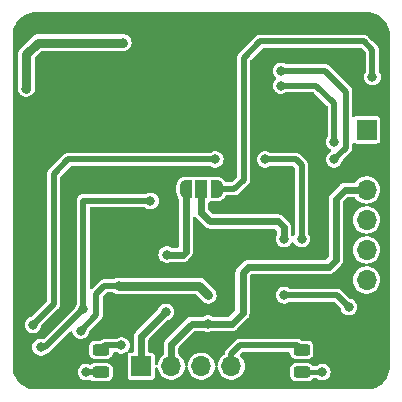
<source format=gbr>
G04 #@! TF.GenerationSoftware,KiCad,Pcbnew,7.0.6*
G04 #@! TF.CreationDate,2023-11-12T09:36:54+05:30*
G04 #@! TF.ProjectId,ESP32-Miner,45535033-322d-44d6-996e-65722e6b6963,rev?*
G04 #@! TF.SameCoordinates,Original*
G04 #@! TF.FileFunction,Copper,L2,Bot*
G04 #@! TF.FilePolarity,Positive*
%FSLAX46Y46*%
G04 Gerber Fmt 4.6, Leading zero omitted, Abs format (unit mm)*
G04 Created by KiCad (PCBNEW 7.0.6) date 2023-11-12 09:36:54*
%MOMM*%
%LPD*%
G01*
G04 APERTURE LIST*
G04 Aperture macros list*
%AMRoundRect*
0 Rectangle with rounded corners*
0 $1 Rounding radius*
0 $2 $3 $4 $5 $6 $7 $8 $9 X,Y pos of 4 corners*
0 Add a 4 corners polygon primitive as box body*
4,1,4,$2,$3,$4,$5,$6,$7,$8,$9,$2,$3,0*
0 Add four circle primitives for the rounded corners*
1,1,$1+$1,$2,$3*
1,1,$1+$1,$4,$5*
1,1,$1+$1,$6,$7*
1,1,$1+$1,$8,$9*
0 Add four rect primitives between the rounded corners*
20,1,$1+$1,$2,$3,$4,$5,0*
20,1,$1+$1,$4,$5,$6,$7,0*
20,1,$1+$1,$6,$7,$8,$9,0*
20,1,$1+$1,$8,$9,$2,$3,0*%
%AMFreePoly0*
4,1,19,0.550000,-0.750000,0.000000,-0.750000,0.000000,-0.744911,-0.071157,-0.744911,-0.207708,-0.704816,-0.327430,-0.627875,-0.420627,-0.520320,-0.479746,-0.390866,-0.500000,-0.250000,-0.500000,0.250000,-0.479746,0.390866,-0.420627,0.520320,-0.327430,0.627875,-0.207708,0.704816,-0.071157,0.744911,0.000000,0.744911,0.000000,0.750000,0.550000,0.750000,0.550000,-0.750000,0.550000,-0.750000,
$1*%
%AMFreePoly1*
4,1,19,0.000000,0.744911,0.071157,0.744911,0.207708,0.704816,0.327430,0.627875,0.420627,0.520320,0.479746,0.390866,0.500000,0.250000,0.500000,-0.250000,0.479746,-0.390866,0.420627,-0.520320,0.327430,-0.627875,0.207708,-0.704816,0.071157,-0.744911,0.000000,-0.744911,0.000000,-0.750000,-0.550000,-0.750000,-0.550000,0.750000,0.000000,0.750000,0.000000,0.744911,0.000000,0.744911,
$1*%
G04 Aperture macros list end*
G04 #@! TA.AperFunction,ComponentPad*
%ADD10R,1.700000X1.700000*%
G04 #@! TD*
G04 #@! TA.AperFunction,ComponentPad*
%ADD11O,1.700000X1.700000*%
G04 #@! TD*
G04 #@! TA.AperFunction,SMDPad,CuDef*
%ADD12RoundRect,0.243750X0.456250X-0.243750X0.456250X0.243750X-0.456250X0.243750X-0.456250X-0.243750X0*%
G04 #@! TD*
G04 #@! TA.AperFunction,SMDPad,CuDef*
%ADD13FreePoly0,180.000000*%
G04 #@! TD*
G04 #@! TA.AperFunction,SMDPad,CuDef*
%ADD14R,1.000000X1.500000*%
G04 #@! TD*
G04 #@! TA.AperFunction,SMDPad,CuDef*
%ADD15FreePoly1,180.000000*%
G04 #@! TD*
G04 #@! TA.AperFunction,ViaPad*
%ADD16C,0.800000*%
G04 #@! TD*
G04 #@! TA.AperFunction,Conductor*
%ADD17C,0.600000*%
G04 #@! TD*
G04 #@! TA.AperFunction,Conductor*
%ADD18C,0.500000*%
G04 #@! TD*
G04 #@! TA.AperFunction,Conductor*
%ADD19C,0.800000*%
G04 #@! TD*
G04 #@! TA.AperFunction,Conductor*
%ADD20C,0.400000*%
G04 #@! TD*
G04 APERTURE END LIST*
D10*
G04 #@! TO.P,J1,1*
G04 #@! TO.N,EXT_LED*
X136425000Y-101000000D03*
D11*
G04 #@! TO.P,J1,2*
G04 #@! TO.N,+5V*
X138965000Y-101000000D03*
G04 #@! TO.P,J1,3*
G04 #@! TO.N,Net-(J1-Pad3)*
X141505000Y-101000000D03*
G04 #@! TO.P,J1,4*
G04 #@! TO.N,Net-(J1-Pad4)*
X144045000Y-101000000D03*
G04 #@! TO.P,J1,5*
G04 #@! TO.N,GND*
X146585000Y-101000000D03*
G04 #@! TD*
D10*
G04 #@! TO.P,J2,1*
G04 #@! TO.N,Net-(J2-Pad1)*
X155500000Y-81000000D03*
D11*
G04 #@! TO.P,J2,2*
G04 #@! TO.N,GND*
X155500000Y-83540000D03*
G04 #@! TO.P,J2,3*
G04 #@! TO.N,+5V*
X155500000Y-86080000D03*
G04 #@! TO.P,J2,4*
G04 #@! TO.N,ESP32_RX*
X155500000Y-88620000D03*
G04 #@! TO.P,J2,5*
G04 #@! TO.N,ESP32_TX*
X155500000Y-91160000D03*
G04 #@! TO.P,J2,6*
G04 #@! TO.N,Net-(J2-Pad6)*
X155500000Y-93700000D03*
G04 #@! TD*
D12*
G04 #@! TO.P,R4,1*
G04 #@! TO.N,H_SDA*
X133000000Y-101500000D03*
G04 #@! TO.P,R4,2*
G04 #@! TO.N,Net-(J1-Pad3)*
X133000000Y-99625000D03*
G04 #@! TD*
D13*
G04 #@! TO.P,JP1,1*
G04 #@! TO.N,ON_BOARD_LED*
X142800000Y-86000000D03*
D14*
G04 #@! TO.P,JP1,2*
G04 #@! TO.N,LED*
X141500000Y-86000000D03*
D15*
G04 #@! TO.P,JP1,3*
G04 #@! TO.N,EXT_LED*
X140200000Y-86000000D03*
G04 #@! TD*
D12*
G04 #@! TO.P,R3,1*
G04 #@! TO.N,H_SCL*
X150000000Y-101500000D03*
G04 #@! TO.P,R3,2*
G04 #@! TO.N,Net-(J1-Pad4)*
X150000000Y-99625000D03*
G04 #@! TD*
D16*
G04 #@! TO.N,GND*
X141500000Y-79000000D03*
X139500000Y-79000000D03*
X141500000Y-81000000D03*
X142100000Y-92800000D03*
X139500000Y-81000000D03*
G04 #@! TO.N,+5V*
X142100000Y-97400000D03*
G04 #@! TO.N,+3V3*
X142100000Y-95000000D03*
X126700000Y-77500000D03*
X134500000Y-94200000D03*
X131300000Y-98000000D03*
X154000000Y-96000000D03*
X148500000Y-95000000D03*
X134900000Y-73600000D03*
G04 #@! TO.N,Net-(J1-Pad3)*
X134750000Y-99250000D03*
G04 #@! TO.N,EXT_LED*
X138500000Y-96400000D03*
X138574011Y-91557663D03*
G04 #@! TO.N,ESP32_TX*
X148250000Y-76000000D03*
X152750000Y-83500000D03*
G04 #@! TO.N,ESP32_RX*
X152750000Y-82000000D03*
X148250000Y-77250000D03*
G04 #@! TO.N,LED*
X148500000Y-90250000D03*
G04 #@! TO.N,ON_BOARD_LED*
X156000000Y-76500000D03*
G04 #@! TO.N,H_SDA*
X131750000Y-101500000D03*
G04 #@! TO.N,SDA*
X127900000Y-99400000D03*
X137200000Y-87000000D03*
X131500000Y-96200000D03*
G04 #@! TO.N,H_SCL*
X151750000Y-101500000D03*
G04 #@! TO.N,BOOT*
X150000000Y-90250000D03*
X142700000Y-83500000D03*
X127250000Y-97500000D03*
X146900000Y-83500000D03*
G04 #@! TD*
D17*
G04 #@! TO.N,+5V*
X152300000Y-92600000D02*
X152900000Y-92000000D01*
X145500000Y-92600000D02*
X152300000Y-92600000D01*
D18*
X142600000Y-97400000D02*
X144100000Y-97400000D01*
D17*
X145000000Y-93100000D02*
X145500000Y-92600000D01*
X145000000Y-96500000D02*
X145000000Y-93100000D01*
X142100000Y-97400000D02*
X144100000Y-97400000D01*
X152900000Y-89850000D02*
X152900000Y-89400000D01*
X138965000Y-99135000D02*
X140700000Y-97400000D01*
X144100000Y-97400000D02*
X145000000Y-96500000D01*
X138965000Y-101000000D02*
X138965000Y-99135000D01*
X152900000Y-86850000D02*
X153670000Y-86080000D01*
X142100000Y-97400000D02*
X142600000Y-97400000D01*
X152900000Y-92000000D02*
X152900000Y-89850000D01*
X140700000Y-97400000D02*
X142100000Y-97400000D01*
X153670000Y-86080000D02*
X155500000Y-86080000D01*
X152900000Y-89850000D02*
X152900000Y-86850000D01*
D19*
G04 #@! TO.N,+3V3*
X126700000Y-74600000D02*
X126700000Y-77500000D01*
X142100000Y-95000000D02*
X141300000Y-94200000D01*
D18*
X131300000Y-98000000D02*
X132600000Y-96700000D01*
X132600000Y-94900000D02*
X133300000Y-94200000D01*
D19*
X126700000Y-74600000D02*
X127700000Y-73600000D01*
D18*
X153000000Y-95000000D02*
X154000000Y-96000000D01*
D19*
X127700000Y-73600000D02*
X134900000Y-73600000D01*
X134500000Y-94200000D02*
X140700000Y-94200000D01*
D18*
X133300000Y-94200000D02*
X134500000Y-94200000D01*
D19*
X141300000Y-94200000D02*
X140700000Y-94200000D01*
D18*
X132600000Y-96700000D02*
X132600000Y-94900000D01*
X148500000Y-95000000D02*
X153000000Y-95000000D01*
G04 #@! TO.N,Net-(J1-Pad4)*
X149625000Y-99250000D02*
X144750000Y-99250000D01*
X144045000Y-101000000D02*
X144045000Y-99955000D01*
X150000000Y-99625000D02*
X149625000Y-99250000D01*
X144045000Y-99955000D02*
X144750000Y-99250000D01*
G04 #@! TO.N,Net-(J1-Pad3)*
X134750000Y-99250000D02*
X133375000Y-99250000D01*
X133375000Y-99250000D02*
X133000000Y-99625000D01*
D17*
G04 #@! TO.N,EXT_LED*
X139942337Y-91557663D02*
X140200000Y-91300000D01*
X140200000Y-91300000D02*
X140200000Y-86000000D01*
X136425000Y-98475000D02*
X138500000Y-96400000D01*
X136425000Y-101000000D02*
X136425000Y-98475000D01*
X138574011Y-91557663D02*
X139942337Y-91557663D01*
D18*
G04 #@! TO.N,ESP32_TX*
X153750000Y-81500000D02*
X153750000Y-82250000D01*
X153750000Y-82500000D02*
X153750000Y-82250000D01*
X148250000Y-76000000D02*
X152000000Y-76000000D01*
X153750000Y-77750000D02*
X153750000Y-81500000D01*
X152750000Y-83500000D02*
X153750000Y-82500000D01*
X152000000Y-76000000D02*
X153750000Y-77750000D01*
G04 #@! TO.N,ESP32_RX*
X152750000Y-78750000D02*
X151250000Y-77250000D01*
X152750000Y-79250000D02*
X152750000Y-78750000D01*
X151250000Y-77250000D02*
X148250000Y-77250000D01*
X152750000Y-79250000D02*
X152750000Y-82000000D01*
D17*
G04 #@! TO.N,LED*
X141500000Y-86000000D02*
X141500000Y-88000000D01*
X148500000Y-89250000D02*
X148500000Y-90250000D01*
X141500000Y-88000000D02*
X142250000Y-88750000D01*
X148000000Y-88750000D02*
X148500000Y-89250000D01*
X142250000Y-88750000D02*
X148000000Y-88750000D01*
D18*
G04 #@! TO.N,ON_BOARD_LED*
X145100000Y-74900000D02*
X145100000Y-85200000D01*
X155250000Y-73500000D02*
X146500000Y-73500000D01*
X146500000Y-73500000D02*
X145100000Y-74900000D01*
X144300000Y-86000000D02*
X142800000Y-86000000D01*
X142800000Y-86000000D02*
X143700000Y-86000000D01*
X156000000Y-74250000D02*
X155250000Y-73500000D01*
X156000000Y-76500000D02*
X156000000Y-74250000D01*
X145100000Y-85200000D02*
X144300000Y-86000000D01*
G04 #@! TO.N,H_SDA*
X133000000Y-101500000D02*
X131750000Y-101500000D01*
G04 #@! TO.N,SDA*
X136500000Y-87000000D02*
X137200000Y-87000000D01*
X131500000Y-96200000D02*
X131500000Y-89700000D01*
X131500000Y-87000000D02*
X131500000Y-88500000D01*
X136500000Y-87000000D02*
X136900000Y-87000000D01*
X131500000Y-96200000D02*
X128300000Y-99400000D01*
X131500000Y-88500000D02*
X131500000Y-89700000D01*
X128300000Y-99400000D02*
X127900000Y-99400000D01*
X131500000Y-87000000D02*
X136500000Y-87000000D01*
D20*
G04 #@! TO.N,H_SCL*
X150000000Y-101500000D02*
X151750000Y-101500000D01*
D18*
G04 #@! TO.N,BOOT*
X130250000Y-83500000D02*
X140800000Y-83500000D01*
X129000000Y-89250000D02*
X129000000Y-84750000D01*
X129000000Y-84750000D02*
X130250000Y-83500000D01*
X146900000Y-83500000D02*
X149500000Y-83500000D01*
X140800000Y-83500000D02*
X142700000Y-83500000D01*
X129000000Y-95750000D02*
X127250000Y-97500000D01*
X140800000Y-83500000D02*
X141500000Y-83500000D01*
X150000000Y-84000000D02*
X150000000Y-90250000D01*
X129000000Y-89250000D02*
X129000000Y-95750000D01*
X149500000Y-83500000D02*
X150000000Y-84000000D01*
G04 #@! TD*
G04 #@! TA.AperFunction,Conductor*
G04 #@! TO.N,GND*
G36*
X155502058Y-71025634D02*
G01*
X155753604Y-71042122D01*
X155761759Y-71043194D01*
X156006989Y-71091973D01*
X156014943Y-71094104D01*
X156251698Y-71174473D01*
X156259308Y-71177624D01*
X156483558Y-71288212D01*
X156490676Y-71292322D01*
X156698563Y-71431228D01*
X156705101Y-71436245D01*
X156748017Y-71473881D01*
X156893074Y-71601092D01*
X156898907Y-71606925D01*
X157063753Y-71794896D01*
X157068773Y-71801438D01*
X157207674Y-72009318D01*
X157211789Y-72016446D01*
X157254090Y-72102222D01*
X157322371Y-72240683D01*
X157325528Y-72248305D01*
X157405892Y-72485047D01*
X157408027Y-72493016D01*
X157456802Y-72738222D01*
X157457878Y-72746401D01*
X157472949Y-72976343D01*
X157474365Y-72997938D01*
X157474500Y-73002059D01*
X157474500Y-100997940D01*
X157474365Y-101002061D01*
X157457878Y-101253598D01*
X157456802Y-101261777D01*
X157408027Y-101506983D01*
X157405892Y-101514952D01*
X157325528Y-101751694D01*
X157322371Y-101759316D01*
X157309034Y-101786362D01*
X157243136Y-101919991D01*
X157211796Y-101983542D01*
X157207671Y-101990686D01*
X157068774Y-102198559D01*
X157063753Y-102205103D01*
X156898907Y-102393074D01*
X156893074Y-102398907D01*
X156705103Y-102563753D01*
X156698559Y-102568774D01*
X156490686Y-102707671D01*
X156483546Y-102711793D01*
X156371429Y-102767083D01*
X156259316Y-102822371D01*
X156251694Y-102825528D01*
X156014952Y-102905892D01*
X156006983Y-102908027D01*
X155821223Y-102944977D01*
X155761774Y-102956802D01*
X155753598Y-102957878D01*
X155543176Y-102971670D01*
X155502058Y-102974365D01*
X155497940Y-102974500D01*
X127502060Y-102974500D01*
X127497941Y-102974365D01*
X127450819Y-102971276D01*
X127246401Y-102957878D01*
X127238227Y-102956802D01*
X127115618Y-102932414D01*
X126993016Y-102908027D01*
X126985047Y-102905892D01*
X126748305Y-102825528D01*
X126740683Y-102822371D01*
X126516446Y-102711789D01*
X126509318Y-102707674D01*
X126301438Y-102568773D01*
X126294896Y-102563753D01*
X126106925Y-102398907D01*
X126101092Y-102393074D01*
X125936246Y-102205103D01*
X125931225Y-102198559D01*
X125905321Y-102159791D01*
X125792322Y-101990676D01*
X125788212Y-101983558D01*
X125677624Y-101759308D01*
X125674471Y-101751694D01*
X125594104Y-101514943D01*
X125591972Y-101506983D01*
X125590583Y-101500002D01*
X131044355Y-101500002D01*
X131064859Y-101668871D01*
X131125179Y-101827925D01*
X131125181Y-101827929D01*
X131221816Y-101967928D01*
X131221818Y-101967930D01*
X131314870Y-102050367D01*
X131349148Y-102080734D01*
X131499775Y-102159790D01*
X131499776Y-102159790D01*
X131499778Y-102159791D01*
X131656461Y-102198409D01*
X131664944Y-102200500D01*
X131664947Y-102200500D01*
X131835053Y-102200500D01*
X131835056Y-102200500D01*
X132000225Y-102159790D01*
X132042464Y-102137620D01*
X132112076Y-102123674D01*
X132177151Y-102148789D01*
X132274500Y-102222611D01*
X132413679Y-102277497D01*
X132501140Y-102288000D01*
X132501143Y-102288000D01*
X133498857Y-102288000D01*
X133498860Y-102288000D01*
X133586321Y-102277497D01*
X133725500Y-102222611D01*
X133844711Y-102132211D01*
X133935111Y-102013000D01*
X133989997Y-101873821D01*
X134000500Y-101786360D01*
X134000500Y-101213640D01*
X133989997Y-101126179D01*
X133935111Y-100987000D01*
X133905873Y-100948444D01*
X133844711Y-100867788D01*
X133725500Y-100777389D01*
X133586320Y-100722502D01*
X133498862Y-100712000D01*
X133498860Y-100712000D01*
X132501140Y-100712000D01*
X132501137Y-100712000D01*
X132413679Y-100722502D01*
X132274499Y-100777389D01*
X132177152Y-100851209D01*
X132110787Y-100876432D01*
X132042465Y-100862379D01*
X132021182Y-100851209D01*
X132000225Y-100840210D01*
X132000223Y-100840209D01*
X132000221Y-100840208D01*
X131835059Y-100799500D01*
X131835056Y-100799500D01*
X131664944Y-100799500D01*
X131664940Y-100799500D01*
X131499778Y-100840208D01*
X131499774Y-100840210D01*
X131349148Y-100919265D01*
X131349142Y-100919270D01*
X131221818Y-101032069D01*
X131221816Y-101032071D01*
X131125181Y-101172070D01*
X131125179Y-101172074D01*
X131064859Y-101331128D01*
X131044355Y-101499997D01*
X131044355Y-101500002D01*
X125590583Y-101500002D01*
X125543194Y-101261759D01*
X125542122Y-101253604D01*
X125525634Y-101002058D01*
X125525500Y-100997940D01*
X125525500Y-99400002D01*
X127194355Y-99400002D01*
X127214859Y-99568871D01*
X127275179Y-99727925D01*
X127275181Y-99727929D01*
X127371816Y-99867928D01*
X127371818Y-99867930D01*
X127495454Y-99977462D01*
X127499148Y-99980734D01*
X127649775Y-100059790D01*
X127649776Y-100059790D01*
X127649778Y-100059791D01*
X127759165Y-100086752D01*
X127814944Y-100100500D01*
X127814947Y-100100500D01*
X127985053Y-100100500D01*
X127985056Y-100100500D01*
X128150225Y-100059790D01*
X128265499Y-99999289D01*
X128300845Y-99980738D01*
X128300846Y-99980736D01*
X128300852Y-99980734D01*
X128300858Y-99980729D01*
X128307121Y-99976406D01*
X128307850Y-99977462D01*
X128353509Y-99953570D01*
X128356824Y-99952761D01*
X128356826Y-99952762D01*
X128399777Y-99942294D01*
X128406116Y-99941090D01*
X128411444Y-99940357D01*
X128449920Y-99935070D01*
X128466225Y-99927986D01*
X128486590Y-99921138D01*
X128503852Y-99916933D01*
X128513759Y-99911362D01*
X131999500Y-99911362D01*
X132010002Y-99998820D01*
X132064889Y-100138000D01*
X132155288Y-100257211D01*
X132245688Y-100325762D01*
X132274500Y-100347611D01*
X132413679Y-100402497D01*
X132501140Y-100413000D01*
X132501143Y-100413000D01*
X133498857Y-100413000D01*
X133498860Y-100413000D01*
X133586321Y-100402497D01*
X133725500Y-100347611D01*
X133844711Y-100257211D01*
X133935111Y-100138000D01*
X133989997Y-99998821D01*
X134000485Y-99911477D01*
X134028467Y-99846227D01*
X134087283Y-99806463D01*
X134125587Y-99800500D01*
X134267235Y-99800500D01*
X134335356Y-99820502D01*
X134345988Y-99828553D01*
X134349148Y-99830734D01*
X134499775Y-99909790D01*
X134499776Y-99909790D01*
X134499778Y-99909791D01*
X134656461Y-99948409D01*
X134664944Y-99950500D01*
X134664947Y-99950500D01*
X134835053Y-99950500D01*
X134835056Y-99950500D01*
X135000225Y-99909790D01*
X135139239Y-99836828D01*
X135208847Y-99822883D01*
X135274949Y-99848786D01*
X135316555Y-99906314D01*
X135320453Y-99977204D01*
X135313055Y-99999289D01*
X135277414Y-100080009D01*
X135274500Y-100105129D01*
X135274500Y-101894859D01*
X135274501Y-101894866D01*
X135277414Y-101919990D01*
X135277416Y-101919994D01*
X135322793Y-102022765D01*
X135402232Y-102102204D01*
X135402234Y-102102205D01*
X135402235Y-102102206D01*
X135505009Y-102147585D01*
X135530135Y-102150500D01*
X137319864Y-102150499D01*
X137344991Y-102147585D01*
X137447765Y-102102206D01*
X137527206Y-102022765D01*
X137572585Y-101919991D01*
X137575500Y-101894865D01*
X137575499Y-101199306D01*
X137595501Y-101131188D01*
X137649157Y-101084695D01*
X137719430Y-101074591D01*
X137784011Y-101104084D01*
X137822395Y-101163811D01*
X137826961Y-101187681D01*
X137829243Y-101212307D01*
X137887593Y-101417384D01*
X137887594Y-101417386D01*
X137887595Y-101417389D01*
X137982634Y-101608255D01*
X138090955Y-101751694D01*
X138111129Y-101778408D01*
X138268699Y-101922053D01*
X138268701Y-101922054D01*
X138449974Y-102034294D01*
X138449975Y-102034294D01*
X138449981Y-102034298D01*
X138648802Y-102111321D01*
X138858390Y-102150500D01*
X138858393Y-102150500D01*
X139071607Y-102150500D01*
X139071610Y-102150500D01*
X139281198Y-102111321D01*
X139480019Y-102034298D01*
X139661302Y-101922052D01*
X139818872Y-101778407D01*
X139947366Y-101608255D01*
X140042405Y-101417389D01*
X140100756Y-101212310D01*
X140109537Y-101117536D01*
X140135738Y-101051556D01*
X140193454Y-101010211D01*
X140264360Y-101006634D01*
X140325945Y-101041959D01*
X140358654Y-101104971D01*
X140360461Y-101117538D01*
X140369243Y-101212306D01*
X140369243Y-101212309D01*
X140369244Y-101212310D01*
X140369623Y-101213642D01*
X140427593Y-101417384D01*
X140427594Y-101417386D01*
X140427595Y-101417389D01*
X140522634Y-101608255D01*
X140630955Y-101751694D01*
X140651129Y-101778408D01*
X140808699Y-101922053D01*
X140808701Y-101922054D01*
X140989974Y-102034294D01*
X140989975Y-102034294D01*
X140989981Y-102034298D01*
X141188802Y-102111321D01*
X141398390Y-102150500D01*
X141398393Y-102150500D01*
X141611607Y-102150500D01*
X141611610Y-102150500D01*
X141821198Y-102111321D01*
X142020019Y-102034298D01*
X142201302Y-101922052D01*
X142358872Y-101778407D01*
X142487366Y-101608255D01*
X142582405Y-101417389D01*
X142640756Y-101212310D01*
X142649537Y-101117538D01*
X142675739Y-101051555D01*
X142733456Y-101010211D01*
X142804362Y-101006634D01*
X142865946Y-101041960D01*
X142898656Y-101104973D01*
X142900461Y-101117529D01*
X142901873Y-101132758D01*
X142909244Y-101212311D01*
X142967593Y-101417384D01*
X142967594Y-101417386D01*
X142967595Y-101417389D01*
X143062634Y-101608255D01*
X143170955Y-101751694D01*
X143191129Y-101778408D01*
X143348699Y-101922053D01*
X143348701Y-101922054D01*
X143529974Y-102034294D01*
X143529975Y-102034294D01*
X143529981Y-102034298D01*
X143728802Y-102111321D01*
X143938390Y-102150500D01*
X143938393Y-102150500D01*
X144151607Y-102150500D01*
X144151610Y-102150500D01*
X144361198Y-102111321D01*
X144560019Y-102034298D01*
X144741302Y-101922052D01*
X144890146Y-101786362D01*
X148999500Y-101786362D01*
X149010002Y-101873820D01*
X149064889Y-102013000D01*
X149155288Y-102132211D01*
X149242782Y-102198559D01*
X149274500Y-102222611D01*
X149413679Y-102277497D01*
X149501140Y-102288000D01*
X149501143Y-102288000D01*
X150498857Y-102288000D01*
X150498860Y-102288000D01*
X150586321Y-102277497D01*
X150725500Y-102222611D01*
X150844711Y-102132211D01*
X150906774Y-102050367D01*
X150963874Y-102008173D01*
X151007173Y-102000500D01*
X151210797Y-102000500D01*
X151278918Y-102020502D01*
X151294346Y-102032184D01*
X151349148Y-102080734D01*
X151499775Y-102159790D01*
X151499776Y-102159790D01*
X151499778Y-102159791D01*
X151656461Y-102198409D01*
X151664944Y-102200500D01*
X151664947Y-102200500D01*
X151835053Y-102200500D01*
X151835056Y-102200500D01*
X152000225Y-102159790D01*
X152150852Y-102080734D01*
X152278183Y-101967929D01*
X152374818Y-101827930D01*
X152435140Y-101668872D01*
X152442500Y-101608255D01*
X152455645Y-101500002D01*
X152455645Y-101499997D01*
X152435140Y-101331128D01*
X152374820Y-101172074D01*
X152374818Y-101172070D01*
X152278183Y-101032071D01*
X152278181Y-101032069D01*
X152150857Y-100919270D01*
X152150851Y-100919265D01*
X152000225Y-100840210D01*
X152000221Y-100840208D01*
X151835059Y-100799500D01*
X151835056Y-100799500D01*
X151664944Y-100799500D01*
X151664940Y-100799500D01*
X151499778Y-100840208D01*
X151499774Y-100840210D01*
X151419279Y-100882458D01*
X151349148Y-100919266D01*
X151294348Y-100967813D01*
X151230096Y-100998013D01*
X151210797Y-100999500D01*
X151007173Y-100999500D01*
X150939052Y-100979498D01*
X150906775Y-100949633D01*
X150844711Y-100867788D01*
X150725500Y-100777389D01*
X150586320Y-100722502D01*
X150498862Y-100712000D01*
X150498860Y-100712000D01*
X149501140Y-100712000D01*
X149501137Y-100712000D01*
X149413679Y-100722502D01*
X149274499Y-100777389D01*
X149155288Y-100867788D01*
X149064889Y-100986999D01*
X149010002Y-101126179D01*
X148999500Y-101213637D01*
X148999500Y-101786362D01*
X144890146Y-101786362D01*
X144898872Y-101778407D01*
X145027366Y-101608255D01*
X145122405Y-101417389D01*
X145180756Y-101212310D01*
X145200429Y-101000000D01*
X145180756Y-100787690D01*
X145122405Y-100582611D01*
X145027366Y-100391745D01*
X144898872Y-100221593D01*
X144817515Y-100147426D01*
X144780650Y-100086752D01*
X144782439Y-100015778D01*
X144813304Y-99965219D01*
X144941120Y-99837404D01*
X145003434Y-99803379D01*
X145030216Y-99800500D01*
X148874413Y-99800500D01*
X148942534Y-99820502D01*
X148989027Y-99874158D01*
X148999514Y-99911477D01*
X149010002Y-99998820D01*
X149064889Y-100138000D01*
X149155288Y-100257211D01*
X149245687Y-100325762D01*
X149274500Y-100347611D01*
X149413679Y-100402497D01*
X149501140Y-100413000D01*
X149501143Y-100413000D01*
X150498857Y-100413000D01*
X150498860Y-100413000D01*
X150586321Y-100402497D01*
X150725500Y-100347611D01*
X150844711Y-100257211D01*
X150935111Y-100138000D01*
X150989997Y-99998821D01*
X151000500Y-99911360D01*
X151000500Y-99338640D01*
X150989997Y-99251179D01*
X150935111Y-99112000D01*
X150904831Y-99072070D01*
X150844711Y-98992788D01*
X150725500Y-98902389D01*
X150586320Y-98847502D01*
X150498862Y-98837000D01*
X150498860Y-98837000D01*
X150040655Y-98837000D01*
X149975187Y-98818656D01*
X149937910Y-98795987D01*
X149932575Y-98792356D01*
X149897339Y-98765637D01*
X149880806Y-98759117D01*
X149861568Y-98749562D01*
X149846383Y-98740328D01*
X149846380Y-98740327D01*
X149820465Y-98733066D01*
X149803802Y-98728397D01*
X149797695Y-98726343D01*
X149756566Y-98710124D01*
X149740480Y-98708470D01*
X149738873Y-98708304D01*
X149717784Y-98704296D01*
X149700665Y-98699500D01*
X149700662Y-98699500D01*
X149656453Y-98699500D01*
X149650005Y-98699169D01*
X149606029Y-98694647D01*
X149588511Y-98697668D01*
X149567104Y-98699500D01*
X144759427Y-98699500D01*
X144693174Y-98697237D01*
X144693173Y-98697237D01*
X144650209Y-98707705D01*
X144643871Y-98708910D01*
X144600085Y-98714928D01*
X144600072Y-98714932D01*
X144583774Y-98722011D01*
X144563419Y-98728856D01*
X144546151Y-98733064D01*
X144546146Y-98733066D01*
X144507601Y-98754738D01*
X144501823Y-98757608D01*
X144461279Y-98775220D01*
X144447488Y-98786439D01*
X144429734Y-98798522D01*
X144414240Y-98807234D01*
X144382975Y-98838498D01*
X144378185Y-98842820D01*
X144343893Y-98870720D01*
X144343892Y-98870721D01*
X144333638Y-98885247D01*
X144319799Y-98901674D01*
X143662381Y-99559093D01*
X143613959Y-99604317D01*
X143613953Y-99604323D01*
X143590985Y-99642091D01*
X143587356Y-99647424D01*
X143560639Y-99682656D01*
X143554115Y-99699199D01*
X143544564Y-99718428D01*
X143535328Y-99733617D01*
X143523397Y-99776194D01*
X143521341Y-99782309D01*
X143505124Y-99823435D01*
X143505123Y-99823441D01*
X143503304Y-99841122D01*
X143499296Y-99862212D01*
X143494500Y-99879333D01*
X143494500Y-99917489D01*
X143474498Y-99985610D01*
X143434831Y-100024616D01*
X143348701Y-100077945D01*
X143348699Y-100077946D01*
X143191129Y-100221591D01*
X143164230Y-100257211D01*
X143062634Y-100391745D01*
X142969130Y-100579526D01*
X142967593Y-100582615D01*
X142909244Y-100787688D01*
X142909243Y-100787690D01*
X142909244Y-100787690D01*
X142900462Y-100882461D01*
X142874261Y-100948444D01*
X142816544Y-100989788D01*
X142745638Y-100993365D01*
X142684053Y-100958039D01*
X142651344Y-100895026D01*
X142649538Y-100882470D01*
X142640756Y-100787690D01*
X142582405Y-100582611D01*
X142487366Y-100391745D01*
X142358872Y-100221593D01*
X142277517Y-100147427D01*
X142201300Y-100077946D01*
X142201298Y-100077945D01*
X142020025Y-99965705D01*
X142020021Y-99965703D01*
X142020019Y-99965702D01*
X141875695Y-99909791D01*
X141821199Y-99888679D01*
X141749846Y-99875341D01*
X141611610Y-99849500D01*
X141398390Y-99849500D01*
X141299799Y-99867930D01*
X141188800Y-99888679D01*
X141050402Y-99942295D01*
X140989981Y-99965702D01*
X140989980Y-99965702D01*
X140989979Y-99965703D01*
X140989974Y-99965705D01*
X140808701Y-100077945D01*
X140808699Y-100077946D01*
X140651129Y-100221591D01*
X140624230Y-100257211D01*
X140522634Y-100391745D01*
X140429130Y-100579526D01*
X140427593Y-100582615D01*
X140369243Y-100787693D01*
X140360461Y-100882461D01*
X140334259Y-100948445D01*
X140276542Y-100989789D01*
X140205635Y-100993365D01*
X140144052Y-100958038D01*
X140111343Y-100895025D01*
X140109539Y-100882484D01*
X140100756Y-100787690D01*
X140042405Y-100582611D01*
X139947366Y-100391745D01*
X139818872Y-100221593D01*
X139661302Y-100077948D01*
X139625166Y-100055573D01*
X139577781Y-100002707D01*
X139565500Y-99948448D01*
X139565500Y-99435924D01*
X139585502Y-99367803D01*
X139602400Y-99346834D01*
X140911829Y-98037405D01*
X140974142Y-98003379D01*
X141000925Y-98000500D01*
X141705752Y-98000500D01*
X141764307Y-98014933D01*
X141820586Y-98044470D01*
X141849775Y-98059790D01*
X141849776Y-98059790D01*
X141849778Y-98059791D01*
X141934749Y-98080734D01*
X142014944Y-98100500D01*
X142014947Y-98100500D01*
X142185053Y-98100500D01*
X142185056Y-98100500D01*
X142350225Y-98059790D01*
X142416391Y-98025063D01*
X142435693Y-98014933D01*
X142494248Y-98000500D01*
X144056506Y-98000500D01*
X144064738Y-98001040D01*
X144099999Y-98005682D01*
X144100000Y-98005682D01*
X144256762Y-97985044D01*
X144402841Y-97924536D01*
X144434165Y-97900500D01*
X144528282Y-97828282D01*
X144549940Y-97800054D01*
X144555361Y-97793872D01*
X145393872Y-96955361D01*
X145400054Y-96949940D01*
X145428282Y-96928282D01*
X145524536Y-96802841D01*
X145585044Y-96656762D01*
X145600500Y-96539361D01*
X145605682Y-96500000D01*
X145601040Y-96464737D01*
X145600500Y-96456505D01*
X145600500Y-95000002D01*
X147794355Y-95000002D01*
X147814859Y-95168871D01*
X147875179Y-95327925D01*
X147875181Y-95327929D01*
X147971816Y-95467928D01*
X147971818Y-95467930D01*
X148096016Y-95577960D01*
X148099148Y-95580734D01*
X148249775Y-95659790D01*
X148249776Y-95659790D01*
X148249778Y-95659791D01*
X148388917Y-95694085D01*
X148414944Y-95700500D01*
X148414947Y-95700500D01*
X148585053Y-95700500D01*
X148585056Y-95700500D01*
X148750225Y-95659790D01*
X148900852Y-95580734D01*
X148900858Y-95580729D01*
X148907126Y-95576403D01*
X148908201Y-95577960D01*
X148963471Y-95551986D01*
X148982765Y-95550500D01*
X152719785Y-95550500D01*
X152787906Y-95570502D01*
X152808880Y-95587405D01*
X153273681Y-96052206D01*
X153307707Y-96114518D01*
X153309667Y-96126112D01*
X153314859Y-96168871D01*
X153375179Y-96327925D01*
X153375181Y-96327929D01*
X153471816Y-96467928D01*
X153471818Y-96467930D01*
X153585758Y-96568872D01*
X153599148Y-96580734D01*
X153749775Y-96659790D01*
X153749776Y-96659790D01*
X153749778Y-96659791D01*
X153835942Y-96681028D01*
X153914944Y-96700500D01*
X153914947Y-96700500D01*
X154085053Y-96700500D01*
X154085056Y-96700500D01*
X154250225Y-96659790D01*
X154400852Y-96580734D01*
X154528183Y-96467929D01*
X154624818Y-96327930D01*
X154685140Y-96168872D01*
X154698342Y-96060147D01*
X154705645Y-96000002D01*
X154705645Y-95999997D01*
X154685140Y-95831128D01*
X154624820Y-95672074D01*
X154624818Y-95672070D01*
X154528183Y-95532071D01*
X154528181Y-95532069D01*
X154400857Y-95419270D01*
X154400851Y-95419265D01*
X154250225Y-95340210D01*
X154250222Y-95340209D01*
X154109827Y-95305605D01*
X154050887Y-95272362D01*
X153395906Y-94617381D01*
X153366732Y-94586143D01*
X153350683Y-94568958D01*
X153350682Y-94568957D01*
X153342311Y-94563866D01*
X153312899Y-94545980D01*
X153307575Y-94542356D01*
X153272339Y-94515637D01*
X153255806Y-94509117D01*
X153236568Y-94499562D01*
X153221383Y-94490328D01*
X153221380Y-94490327D01*
X153200412Y-94484452D01*
X153178802Y-94478397D01*
X153172695Y-94476343D01*
X153131566Y-94460124D01*
X153119456Y-94458878D01*
X153113873Y-94458304D01*
X153092784Y-94454296D01*
X153075665Y-94449500D01*
X153075662Y-94449500D01*
X153031453Y-94449500D01*
X153025005Y-94449169D01*
X152981029Y-94444647D01*
X152963511Y-94447668D01*
X152942104Y-94449500D01*
X148982765Y-94449500D01*
X148914644Y-94429498D01*
X148904011Y-94421446D01*
X148900851Y-94419265D01*
X148750225Y-94340210D01*
X148750221Y-94340208D01*
X148585059Y-94299500D01*
X148585056Y-94299500D01*
X148414944Y-94299500D01*
X148414940Y-94299500D01*
X148249778Y-94340208D01*
X148249774Y-94340210D01*
X148099148Y-94419265D01*
X148099142Y-94419270D01*
X147971818Y-94532069D01*
X147971816Y-94532071D01*
X147875181Y-94672070D01*
X147875179Y-94672074D01*
X147814859Y-94831128D01*
X147794355Y-94999997D01*
X147794355Y-95000002D01*
X145600500Y-95000002D01*
X145600500Y-93400925D01*
X145620502Y-93332804D01*
X145637405Y-93311830D01*
X145711830Y-93237405D01*
X145774142Y-93203379D01*
X145800925Y-93200500D01*
X152256506Y-93200500D01*
X152264738Y-93201040D01*
X152299999Y-93205682D01*
X152300000Y-93205682D01*
X152456762Y-93185044D01*
X152602841Y-93124536D01*
X152686113Y-93060639D01*
X152728282Y-93028282D01*
X152749946Y-93000046D01*
X152755362Y-92993871D01*
X153293872Y-92455361D01*
X153300054Y-92449940D01*
X153328282Y-92428282D01*
X153424536Y-92302841D01*
X153485044Y-92156762D01*
X153500500Y-92039361D01*
X153505682Y-92000000D01*
X153501040Y-91964737D01*
X153500500Y-91956505D01*
X153500500Y-87150926D01*
X153520502Y-87082805D01*
X153537405Y-87061830D01*
X153881832Y-86717404D01*
X153944144Y-86683379D01*
X153970927Y-86680500D01*
X154449037Y-86680500D01*
X154517158Y-86700502D01*
X154549586Y-86730566D01*
X154639779Y-86850000D01*
X154646129Y-86858408D01*
X154803699Y-87002053D01*
X154803701Y-87002054D01*
X154984974Y-87114294D01*
X154984975Y-87114294D01*
X154984981Y-87114298D01*
X155183802Y-87191321D01*
X155370097Y-87226145D01*
X155433381Y-87258324D01*
X155469223Y-87319609D01*
X155466242Y-87390543D01*
X155425384Y-87448605D01*
X155370098Y-87473854D01*
X155257350Y-87494930D01*
X155183800Y-87508679D01*
X155029754Y-87568356D01*
X154984981Y-87585702D01*
X154984980Y-87585702D01*
X154984979Y-87585703D01*
X154984974Y-87585705D01*
X154803701Y-87697945D01*
X154803699Y-87697946D01*
X154646129Y-87841591D01*
X154559293Y-87956580D01*
X154517634Y-88011745D01*
X154503883Y-88039361D01*
X154422593Y-88202615D01*
X154364244Y-88407688D01*
X154344571Y-88619999D01*
X154364244Y-88832311D01*
X154422593Y-89037384D01*
X154422594Y-89037386D01*
X154422595Y-89037389D01*
X154517634Y-89228255D01*
X154617606Y-89360638D01*
X154646129Y-89398408D01*
X154803699Y-89542053D01*
X154803701Y-89542054D01*
X154984974Y-89654294D01*
X154984975Y-89654294D01*
X154984981Y-89654298D01*
X155183802Y-89731321D01*
X155370097Y-89766145D01*
X155433381Y-89798324D01*
X155469223Y-89859609D01*
X155466242Y-89930543D01*
X155425384Y-89988605D01*
X155370098Y-90013854D01*
X155257350Y-90034930D01*
X155183800Y-90048679D01*
X155029753Y-90108356D01*
X154984981Y-90125702D01*
X154984980Y-90125702D01*
X154984979Y-90125703D01*
X154984974Y-90125705D01*
X154803701Y-90237945D01*
X154803699Y-90237946D01*
X154646129Y-90381591D01*
X154617976Y-90418872D01*
X154517634Y-90551745D01*
X154514271Y-90558499D01*
X154422593Y-90742615D01*
X154364244Y-90947688D01*
X154344571Y-91160000D01*
X154364244Y-91372311D01*
X154422593Y-91577384D01*
X154422594Y-91577386D01*
X154422595Y-91577389D01*
X154517634Y-91768255D01*
X154646128Y-91938407D01*
X154646129Y-91938408D01*
X154803699Y-92082053D01*
X154803701Y-92082054D01*
X154984974Y-92194294D01*
X154984975Y-92194294D01*
X154984981Y-92194298D01*
X155183802Y-92271321D01*
X155370097Y-92306145D01*
X155433381Y-92338324D01*
X155469223Y-92399609D01*
X155466242Y-92470543D01*
X155425384Y-92528605D01*
X155370098Y-92553854D01*
X155257350Y-92574930D01*
X155183800Y-92588679D01*
X155039380Y-92644628D01*
X154984981Y-92665702D01*
X154984980Y-92665702D01*
X154984979Y-92665703D01*
X154984974Y-92665705D01*
X154803701Y-92777945D01*
X154803699Y-92777946D01*
X154646129Y-92921591D01*
X154586873Y-93000059D01*
X154517634Y-93091745D01*
X154460901Y-93205682D01*
X154422593Y-93282615D01*
X154364244Y-93487688D01*
X154347183Y-93671814D01*
X154344571Y-93700000D01*
X154349875Y-93757236D01*
X154364244Y-93912311D01*
X154422593Y-94117384D01*
X154422594Y-94117386D01*
X154422595Y-94117389D01*
X154517634Y-94308255D01*
X154646123Y-94478400D01*
X154646129Y-94478408D01*
X154803699Y-94622053D01*
X154803701Y-94622054D01*
X154984974Y-94734294D01*
X154984975Y-94734294D01*
X154984981Y-94734298D01*
X155183802Y-94811321D01*
X155393390Y-94850500D01*
X155393393Y-94850500D01*
X155606607Y-94850500D01*
X155606610Y-94850500D01*
X155816198Y-94811321D01*
X156015019Y-94734298D01*
X156196302Y-94622052D01*
X156353872Y-94478407D01*
X156482366Y-94308255D01*
X156577405Y-94117389D01*
X156635756Y-93912310D01*
X156655429Y-93700000D01*
X156635756Y-93487690D01*
X156577405Y-93282611D01*
X156482366Y-93091745D01*
X156353872Y-92921593D01*
X156217377Y-92797160D01*
X156196300Y-92777946D01*
X156196298Y-92777945D01*
X156015025Y-92665705D01*
X156015021Y-92665703D01*
X156015019Y-92665702D01*
X155816198Y-92588679D01*
X155629902Y-92553854D01*
X155566618Y-92521676D01*
X155530776Y-92460391D01*
X155533757Y-92389457D01*
X155574615Y-92331395D01*
X155629901Y-92306145D01*
X155816198Y-92271321D01*
X156015019Y-92194298D01*
X156196302Y-92082052D01*
X156353872Y-91938407D01*
X156482366Y-91768255D01*
X156577405Y-91577389D01*
X156635756Y-91372310D01*
X156655429Y-91160000D01*
X156635756Y-90947690D01*
X156577405Y-90742611D01*
X156482366Y-90551745D01*
X156353872Y-90381593D01*
X156209523Y-90250000D01*
X156196300Y-90237946D01*
X156196298Y-90237945D01*
X156015025Y-90125705D01*
X156015021Y-90125703D01*
X156015019Y-90125702D01*
X155816198Y-90048679D01*
X155629902Y-90013854D01*
X155566618Y-89981676D01*
X155530776Y-89920391D01*
X155533757Y-89849457D01*
X155574615Y-89791395D01*
X155629901Y-89766145D01*
X155816198Y-89731321D01*
X156015019Y-89654298D01*
X156196302Y-89542052D01*
X156353872Y-89398407D01*
X156482366Y-89228255D01*
X156577405Y-89037389D01*
X156635756Y-88832310D01*
X156655429Y-88620000D01*
X156635756Y-88407690D01*
X156577405Y-88202611D01*
X156482366Y-88011745D01*
X156353872Y-87841593D01*
X156199102Y-87700500D01*
X156196300Y-87697946D01*
X156196298Y-87697945D01*
X156015025Y-87585705D01*
X156015021Y-87585703D01*
X156015019Y-87585702D01*
X155816198Y-87508679D01*
X155629902Y-87473854D01*
X155566618Y-87441676D01*
X155530776Y-87380391D01*
X155533757Y-87309457D01*
X155574615Y-87251395D01*
X155629901Y-87226145D01*
X155816198Y-87191321D01*
X156015019Y-87114298D01*
X156196302Y-87002052D01*
X156353872Y-86858407D01*
X156482366Y-86688255D01*
X156577405Y-86497389D01*
X156635756Y-86292310D01*
X156655429Y-86080000D01*
X156635756Y-85867690D01*
X156577405Y-85662611D01*
X156482366Y-85471745D01*
X156353872Y-85301593D01*
X156273390Y-85228223D01*
X156196300Y-85157946D01*
X156196298Y-85157945D01*
X156015025Y-85045705D01*
X156015021Y-85045703D01*
X156015019Y-85045702D01*
X155865824Y-84987904D01*
X155816199Y-84968679D01*
X155752009Y-84956680D01*
X155606610Y-84929500D01*
X155393390Y-84929500D01*
X155286400Y-84949500D01*
X155183800Y-84968679D01*
X155029753Y-85028356D01*
X154984981Y-85045702D01*
X154984980Y-85045702D01*
X154984979Y-85045703D01*
X154984974Y-85045705D01*
X154803701Y-85157945D01*
X154803699Y-85157946D01*
X154646129Y-85301591D01*
X154590167Y-85375697D01*
X154555665Y-85421385D01*
X154549587Y-85429433D01*
X154492572Y-85471740D01*
X154449037Y-85479500D01*
X153713494Y-85479500D01*
X153705262Y-85478960D01*
X153670001Y-85474318D01*
X153670000Y-85474318D01*
X153513239Y-85494955D01*
X153367160Y-85555463D01*
X153367157Y-85555465D01*
X153282113Y-85620722D01*
X153241719Y-85651716D01*
X153220065Y-85679934D01*
X153214627Y-85686135D01*
X152506135Y-86394628D01*
X152499934Y-86400066D01*
X152471720Y-86421716D01*
X152471719Y-86421716D01*
X152429752Y-86476408D01*
X152375468Y-86547152D01*
X152375463Y-86547160D01*
X152314955Y-86693239D01*
X152294318Y-86849999D01*
X152294318Y-86850000D01*
X152298960Y-86885262D01*
X152299500Y-86893494D01*
X152299500Y-91699074D01*
X152279498Y-91767195D01*
X152262595Y-91788169D01*
X152088168Y-91962596D01*
X152025859Y-91996620D01*
X151999075Y-91999500D01*
X145543494Y-91999500D01*
X145535262Y-91998960D01*
X145500001Y-91994318D01*
X145499998Y-91994318D01*
X145321568Y-92017807D01*
X145320747Y-92018975D01*
X145290494Y-92036803D01*
X145197159Y-92075464D01*
X145197158Y-92075465D01*
X145197157Y-92075465D01*
X145071715Y-92171720D01*
X145050066Y-92199934D01*
X145044627Y-92206137D01*
X144606135Y-92644628D01*
X144599934Y-92650066D01*
X144571718Y-92671717D01*
X144547550Y-92703215D01*
X144475465Y-92797157D01*
X144475463Y-92797160D01*
X144414955Y-92943239D01*
X144394318Y-93099999D01*
X144394318Y-93100000D01*
X144398960Y-93135262D01*
X144399500Y-93143494D01*
X144399500Y-96199075D01*
X144379498Y-96267196D01*
X144362595Y-96288170D01*
X143888170Y-96762595D01*
X143825858Y-96796621D01*
X143799075Y-96799500D01*
X142494248Y-96799500D01*
X142435693Y-96785067D01*
X142350229Y-96740212D01*
X142350221Y-96740208D01*
X142185059Y-96699500D01*
X142185056Y-96699500D01*
X142014944Y-96699500D01*
X142014940Y-96699500D01*
X141849778Y-96740208D01*
X141849770Y-96740212D01*
X141764307Y-96785067D01*
X141705752Y-96799500D01*
X140743501Y-96799500D01*
X140735269Y-96798960D01*
X140700001Y-96794317D01*
X140700000Y-96794317D01*
X140494236Y-96821407D01*
X140471327Y-96844045D01*
X140459820Y-96849508D01*
X140397165Y-96875461D01*
X140397157Y-96875465D01*
X140271717Y-96971718D01*
X140250064Y-96999938D01*
X140244624Y-97006141D01*
X138571139Y-98679625D01*
X138564938Y-98685063D01*
X138536718Y-98706717D01*
X138472778Y-98790047D01*
X138440465Y-98832157D01*
X138440463Y-98832160D01*
X138379955Y-98978239D01*
X138359318Y-99134999D01*
X138359318Y-99135000D01*
X138363960Y-99170262D01*
X138364500Y-99178494D01*
X138364500Y-99948448D01*
X138344498Y-100016569D01*
X138304833Y-100055573D01*
X138268698Y-100077948D01*
X138268696Y-100077949D01*
X138268697Y-100077949D01*
X138111129Y-100221591D01*
X138084230Y-100257211D01*
X137982634Y-100391745D01*
X137889130Y-100579526D01*
X137887593Y-100582615D01*
X137829243Y-100787693D01*
X137826961Y-100812320D01*
X137800759Y-100878305D01*
X137743041Y-100919648D01*
X137672135Y-100923224D01*
X137610551Y-100887897D01*
X137577843Y-100824884D01*
X137575499Y-100800693D01*
X137575499Y-100105140D01*
X137575499Y-100105136D01*
X137572585Y-100080009D01*
X137544574Y-100016569D01*
X137527206Y-99977234D01*
X137447767Y-99897795D01*
X137447765Y-99897794D01*
X137344989Y-99852414D01*
X137344990Y-99852414D01*
X137319870Y-99849500D01*
X137319865Y-99849500D01*
X137151500Y-99849500D01*
X137083379Y-99829498D01*
X137036886Y-99775842D01*
X137025500Y-99723500D01*
X137025500Y-98775924D01*
X137045502Y-98707803D01*
X137062400Y-98686834D01*
X138644727Y-97104506D01*
X138703667Y-97071264D01*
X138750225Y-97059790D01*
X138900852Y-96980734D01*
X139028183Y-96867929D01*
X139124818Y-96727930D01*
X139185140Y-96568872D01*
X139197397Y-96467928D01*
X139205645Y-96400002D01*
X139205645Y-96399997D01*
X139185140Y-96231128D01*
X139124820Y-96072074D01*
X139124818Y-96072070D01*
X139028183Y-95932071D01*
X139028181Y-95932069D01*
X138900857Y-95819270D01*
X138900851Y-95819265D01*
X138750225Y-95740210D01*
X138750221Y-95740208D01*
X138585059Y-95699500D01*
X138585056Y-95699500D01*
X138414944Y-95699500D01*
X138414940Y-95699500D01*
X138249778Y-95740208D01*
X138249774Y-95740210D01*
X138099148Y-95819265D01*
X138099142Y-95819270D01*
X137971818Y-95932069D01*
X137971816Y-95932071D01*
X137875181Y-96072070D01*
X137875179Y-96072074D01*
X137821532Y-96213533D01*
X137792815Y-96257948D01*
X136031139Y-98019625D01*
X136024938Y-98025063D01*
X135996718Y-98046717D01*
X135972550Y-98078215D01*
X135900465Y-98172157D01*
X135900463Y-98172160D01*
X135839955Y-98318239D01*
X135819318Y-98474999D01*
X135819318Y-98475000D01*
X135823960Y-98510262D01*
X135824500Y-98518494D01*
X135824500Y-99723500D01*
X135804498Y-99791621D01*
X135750842Y-99838114D01*
X135698501Y-99849500D01*
X135530139Y-99849500D01*
X135530133Y-99849501D01*
X135505010Y-99852414D01*
X135505005Y-99852416D01*
X135453085Y-99875341D01*
X135382689Y-99884559D01*
X135318485Y-99854254D01*
X135280857Y-99794049D01*
X135281752Y-99723058D01*
X135298491Y-99688507D01*
X135374818Y-99577930D01*
X135435140Y-99418872D01*
X135455645Y-99250000D01*
X135453353Y-99231128D01*
X135435140Y-99081128D01*
X135374820Y-98922074D01*
X135374818Y-98922070D01*
X135278183Y-98782071D01*
X135278181Y-98782069D01*
X135150857Y-98669270D01*
X135150851Y-98669265D01*
X135000225Y-98590210D01*
X135000221Y-98590208D01*
X134835059Y-98549500D01*
X134835056Y-98549500D01*
X134664944Y-98549500D01*
X134664940Y-98549500D01*
X134499778Y-98590208D01*
X134499774Y-98590210D01*
X134349148Y-98669265D01*
X134342874Y-98673597D01*
X134341798Y-98672039D01*
X134286529Y-98698014D01*
X134267235Y-98699500D01*
X133384397Y-98699500D01*
X133318174Y-98697238D01*
X133318173Y-98697238D01*
X133275218Y-98707705D01*
X133268878Y-98708910D01*
X133225087Y-98714928D01*
X133225075Y-98714931D01*
X133208768Y-98722014D01*
X133188413Y-98728858D01*
X133171154Y-98733064D01*
X133171145Y-98733067D01*
X133132612Y-98754733D01*
X133126834Y-98757603D01*
X133086279Y-98775219D01*
X133072489Y-98786439D01*
X133054730Y-98798526D01*
X133039241Y-98807234D01*
X133033753Y-98811397D01*
X132967388Y-98836621D01*
X132957618Y-98837000D01*
X132501137Y-98837000D01*
X132413679Y-98847502D01*
X132274499Y-98902389D01*
X132155288Y-98992788D01*
X132064889Y-99111999D01*
X132010002Y-99251179D01*
X131999500Y-99338637D01*
X131999500Y-99911362D01*
X128513759Y-99911362D01*
X128542402Y-99895256D01*
X128548167Y-99892394D01*
X128588720Y-99874780D01*
X128602506Y-99863563D01*
X128620264Y-99851477D01*
X128635759Y-99842766D01*
X128667033Y-99811490D01*
X128671805Y-99807184D01*
X128706108Y-99779278D01*
X128716360Y-99764752D01*
X128730197Y-99748326D01*
X130398831Y-98079692D01*
X130461141Y-98045668D01*
X130531956Y-98050733D01*
X130588792Y-98093280D01*
X130613005Y-98153601D01*
X130614859Y-98168871D01*
X130675179Y-98327925D01*
X130675181Y-98327929D01*
X130771816Y-98467928D01*
X130771818Y-98467930D01*
X130779798Y-98475000D01*
X130899148Y-98580734D01*
X131049775Y-98659790D01*
X131049776Y-98659790D01*
X131049778Y-98659791D01*
X131159478Y-98686829D01*
X131214944Y-98700500D01*
X131214947Y-98700500D01*
X131385053Y-98700500D01*
X131385056Y-98700500D01*
X131550225Y-98659790D01*
X131700852Y-98580734D01*
X131828183Y-98467929D01*
X131924818Y-98327930D01*
X131985140Y-98168872D01*
X131990331Y-98126113D01*
X132018396Y-98060903D01*
X132026296Y-98052227D01*
X132982618Y-97095906D01*
X133031044Y-97050680D01*
X133054021Y-97012894D01*
X133057637Y-97007581D01*
X133084361Y-96972342D01*
X133090880Y-96955809D01*
X133100441Y-96936561D01*
X133109672Y-96921382D01*
X133121603Y-96878795D01*
X133123649Y-96872710D01*
X133139876Y-96831564D01*
X133141694Y-96813879D01*
X133145704Y-96792779D01*
X133150500Y-96775665D01*
X133150500Y-96731452D01*
X133150831Y-96725004D01*
X133155352Y-96681029D01*
X133152332Y-96663511D01*
X133150500Y-96642104D01*
X133150500Y-95180214D01*
X133170502Y-95112093D01*
X133187405Y-95091119D01*
X133491119Y-94787405D01*
X133553431Y-94753379D01*
X133580214Y-94750500D01*
X134017235Y-94750500D01*
X134085356Y-94770502D01*
X134095998Y-94778560D01*
X134099144Y-94780730D01*
X134099148Y-94780734D01*
X134121891Y-94792670D01*
X134133564Y-94798797D01*
X134140080Y-94802737D01*
X134158313Y-94815322D01*
X134172070Y-94824818D01*
X134172071Y-94824818D01*
X134172072Y-94824819D01*
X134180054Y-94827845D01*
X134208425Y-94838605D01*
X134215352Y-94841723D01*
X134249775Y-94859790D01*
X134287526Y-94869094D01*
X134294785Y-94871357D01*
X134331128Y-94885140D01*
X134369729Y-94889826D01*
X134377181Y-94891192D01*
X134414944Y-94900500D01*
X134457628Y-94900500D01*
X140657628Y-94900500D01*
X140957653Y-94900500D01*
X141025774Y-94920502D01*
X141046748Y-94937405D01*
X141551561Y-95442218D01*
X141566162Y-95459738D01*
X141571813Y-95467926D01*
X141571814Y-95467927D01*
X141618217Y-95509036D01*
X141620973Y-95511630D01*
X141631318Y-95521975D01*
X141634630Y-95525287D01*
X141634638Y-95525295D01*
X141649842Y-95537206D01*
X141652766Y-95539643D01*
X141699149Y-95580735D01*
X141699151Y-95580736D01*
X141707957Y-95585358D01*
X141727106Y-95597738D01*
X141734941Y-95603876D01*
X141734944Y-95603878D01*
X141751682Y-95611411D01*
X141791462Y-95629315D01*
X141794885Y-95630981D01*
X141849770Y-95659788D01*
X141849772Y-95659788D01*
X141849775Y-95659790D01*
X141858747Y-95662001D01*
X141859435Y-95662171D01*
X141880992Y-95669610D01*
X141890069Y-95673695D01*
X141890068Y-95673695D01*
X141951043Y-95684868D01*
X141954752Y-95685663D01*
X141994164Y-95695378D01*
X142014939Y-95700499D01*
X142014941Y-95700499D01*
X142014944Y-95700500D01*
X142024892Y-95700500D01*
X142047604Y-95702564D01*
X142057394Y-95704358D01*
X142119268Y-95700614D01*
X142123072Y-95700500D01*
X142185055Y-95700500D01*
X142185056Y-95700500D01*
X142194714Y-95698119D01*
X142217267Y-95694686D01*
X142227196Y-95694086D01*
X142271194Y-95680375D01*
X142286375Y-95675645D01*
X142290025Y-95674626D01*
X142350225Y-95659790D01*
X142359032Y-95655166D01*
X142380109Y-95646436D01*
X142389606Y-95643478D01*
X142442669Y-95611399D01*
X142445957Y-95609544D01*
X142500852Y-95580734D01*
X142508294Y-95574139D01*
X142526667Y-95560620D01*
X142535185Y-95555472D01*
X142579048Y-95511607D01*
X142581762Y-95509053D01*
X142628183Y-95467929D01*
X142633837Y-95459738D01*
X142648434Y-95442222D01*
X142655472Y-95435185D01*
X142687555Y-95382112D01*
X142689592Y-95378961D01*
X142724818Y-95327930D01*
X142728347Y-95318623D01*
X142738330Y-95298120D01*
X142743478Y-95289606D01*
X142761926Y-95230401D01*
X142763148Y-95226859D01*
X142785140Y-95168872D01*
X142786339Y-95158994D01*
X142791128Y-95136687D01*
X142794086Y-95127196D01*
X142797828Y-95065325D01*
X142798169Y-95061556D01*
X142805645Y-95000000D01*
X142804445Y-94990126D01*
X142803756Y-94967333D01*
X142804358Y-94957394D01*
X142793181Y-94896405D01*
X142792608Y-94892640D01*
X142792266Y-94889824D01*
X142785140Y-94831128D01*
X142781610Y-94821822D01*
X142775488Y-94799854D01*
X142773695Y-94790069D01*
X142748240Y-94733512D01*
X142746805Y-94730048D01*
X142724818Y-94672070D01*
X142719163Y-94663878D01*
X142707961Y-94644015D01*
X142703879Y-94634946D01*
X142703877Y-94634943D01*
X142693779Y-94622054D01*
X142690119Y-94617381D01*
X142665646Y-94586143D01*
X142663391Y-94583078D01*
X142628183Y-94532071D01*
X142581781Y-94490963D01*
X142579033Y-94488376D01*
X141811629Y-93720972D01*
X141809045Y-93718227D01*
X141767929Y-93671817D01*
X141767926Y-93671814D01*
X141716914Y-93636603D01*
X141713848Y-93634347D01*
X141665059Y-93596123D01*
X141665057Y-93596122D01*
X141655981Y-93592037D01*
X141636120Y-93580835D01*
X141627930Y-93575182D01*
X141627928Y-93575181D01*
X141569983Y-93553205D01*
X141566469Y-93551749D01*
X141509933Y-93526305D01*
X141509929Y-93526304D01*
X141500130Y-93524508D01*
X141478176Y-93518388D01*
X141468868Y-93514858D01*
X141407348Y-93507389D01*
X141403586Y-93506816D01*
X141342607Y-93495642D01*
X141342606Y-93495642D01*
X141280731Y-93499385D01*
X141276928Y-93499500D01*
X134414938Y-93499500D01*
X134377200Y-93508802D01*
X134369711Y-93510174D01*
X134331132Y-93514858D01*
X134294785Y-93528642D01*
X134287519Y-93530906D01*
X134267988Y-93535720D01*
X134249775Y-93540210D01*
X134249774Y-93540210D01*
X134249772Y-93540211D01*
X134249768Y-93540212D01*
X134215358Y-93558272D01*
X134208417Y-93561396D01*
X134172074Y-93575179D01*
X134172064Y-93575185D01*
X134140071Y-93597268D01*
X134133561Y-93601203D01*
X134116964Y-93609914D01*
X134099149Y-93619265D01*
X134092873Y-93623597D01*
X134091797Y-93622038D01*
X134036533Y-93648013D01*
X134017235Y-93649500D01*
X133309397Y-93649500D01*
X133243174Y-93647238D01*
X133243173Y-93647238D01*
X133200218Y-93657705D01*
X133193878Y-93658910D01*
X133150087Y-93664928D01*
X133150075Y-93664931D01*
X133133768Y-93672014D01*
X133113413Y-93678858D01*
X133096154Y-93683064D01*
X133096145Y-93683067D01*
X133057612Y-93704733D01*
X133051834Y-93707603D01*
X133011280Y-93725219D01*
X132997486Y-93736441D01*
X132979733Y-93748524D01*
X132964238Y-93757236D01*
X132932980Y-93788494D01*
X132928190Y-93792816D01*
X132893893Y-93820720D01*
X132893890Y-93820723D01*
X132883640Y-93835244D01*
X132869800Y-93851673D01*
X132265595Y-94455878D01*
X132203283Y-94489904D01*
X132132468Y-94484839D01*
X132075632Y-94442292D01*
X132050821Y-94375772D01*
X132050500Y-94366783D01*
X132050500Y-91557665D01*
X137868366Y-91557665D01*
X137888870Y-91726534D01*
X137949190Y-91885588D01*
X137949192Y-91885592D01*
X138045827Y-92025591D01*
X138045829Y-92025593D01*
X138109560Y-92082054D01*
X138173159Y-92138397D01*
X138323786Y-92217453D01*
X138323787Y-92217453D01*
X138323789Y-92217454D01*
X138480472Y-92256072D01*
X138488955Y-92258163D01*
X138488958Y-92258163D01*
X138659064Y-92258163D01*
X138659067Y-92258163D01*
X138824236Y-92217453D01*
X138871599Y-92192594D01*
X138909704Y-92172596D01*
X138968259Y-92158163D01*
X139898843Y-92158163D01*
X139907075Y-92158703D01*
X139942336Y-92163345D01*
X139942337Y-92163345D01*
X140099099Y-92142707D01*
X140245178Y-92082199D01*
X140276502Y-92058163D01*
X140370619Y-91985945D01*
X140392277Y-91957717D01*
X140397698Y-91951535D01*
X140593872Y-91755361D01*
X140600054Y-91749940D01*
X140628282Y-91728282D01*
X140724536Y-91602841D01*
X140785044Y-91456762D01*
X140790548Y-91414956D01*
X140805683Y-91300000D01*
X140801040Y-91264730D01*
X140800500Y-91256498D01*
X140800500Y-88446007D01*
X140820502Y-88377886D01*
X140874158Y-88331393D01*
X140944432Y-88321289D01*
X141009012Y-88350783D01*
X141026461Y-88369302D01*
X141071718Y-88428282D01*
X141099944Y-88449940D01*
X141106132Y-88455367D01*
X141794626Y-89143861D01*
X141800058Y-89150055D01*
X141812265Y-89165962D01*
X141821718Y-89178282D01*
X141906371Y-89243238D01*
X141947159Y-89274536D01*
X142093238Y-89335044D01*
X142250000Y-89355682D01*
X142250001Y-89355682D01*
X142285262Y-89351040D01*
X142293494Y-89350500D01*
X147699075Y-89350500D01*
X147767196Y-89370502D01*
X147788170Y-89387405D01*
X147862595Y-89461830D01*
X147896621Y-89524142D01*
X147899500Y-89550925D01*
X147899500Y-89847576D01*
X147879498Y-89915697D01*
X147877196Y-89919151D01*
X147875185Y-89922063D01*
X147875179Y-89922075D01*
X147814859Y-90081128D01*
X147794355Y-90249997D01*
X147794355Y-90250002D01*
X147814859Y-90418871D01*
X147875179Y-90577925D01*
X147875181Y-90577929D01*
X147875182Y-90577930D01*
X147971817Y-90717929D01*
X148099148Y-90830734D01*
X148249775Y-90909790D01*
X148249776Y-90909790D01*
X148249778Y-90909791D01*
X148383419Y-90942730D01*
X148414944Y-90950500D01*
X148414947Y-90950500D01*
X148585053Y-90950500D01*
X148585056Y-90950500D01*
X148750225Y-90909790D01*
X148900852Y-90830734D01*
X149028183Y-90717929D01*
X149124818Y-90577930D01*
X149132187Y-90558498D01*
X149175044Y-90501897D01*
X149241700Y-90477451D01*
X149310990Y-90492922D01*
X149360917Y-90543398D01*
X149367813Y-90558499D01*
X149375181Y-90577928D01*
X149375181Y-90577929D01*
X149375182Y-90577930D01*
X149471817Y-90717929D01*
X149599148Y-90830734D01*
X149749775Y-90909790D01*
X149749776Y-90909790D01*
X149749778Y-90909791D01*
X149883419Y-90942730D01*
X149914944Y-90950500D01*
X149914947Y-90950500D01*
X150085053Y-90950500D01*
X150085056Y-90950500D01*
X150250225Y-90909790D01*
X150400852Y-90830734D01*
X150528183Y-90717929D01*
X150624818Y-90577930D01*
X150685140Y-90418872D01*
X150705645Y-90250000D01*
X150704181Y-90237946D01*
X150685140Y-90081128D01*
X150624818Y-89922069D01*
X150572804Y-89846714D01*
X150550568Y-89779290D01*
X150550500Y-89775138D01*
X150550500Y-84009397D01*
X150551916Y-83967928D01*
X150552762Y-83943174D01*
X150542295Y-83900225D01*
X150541090Y-83893885D01*
X150535070Y-83850080D01*
X150527988Y-83833778D01*
X150521137Y-83813403D01*
X150516934Y-83796153D01*
X150516933Y-83796148D01*
X150495257Y-83757597D01*
X150492397Y-83751838D01*
X150484709Y-83734140D01*
X150474782Y-83711283D01*
X150474778Y-83711277D01*
X150463564Y-83697493D01*
X150451475Y-83679731D01*
X150445370Y-83668873D01*
X150442766Y-83664241D01*
X150442765Y-83664240D01*
X150442761Y-83664235D01*
X150411507Y-83632981D01*
X150407182Y-83628190D01*
X150379281Y-83593895D01*
X150379273Y-83593888D01*
X150364751Y-83583637D01*
X150348326Y-83569801D01*
X149895906Y-83117381D01*
X149895905Y-83117380D01*
X149850683Y-83068958D01*
X149850682Y-83068957D01*
X149831401Y-83057232D01*
X149812899Y-83045980D01*
X149807575Y-83042356D01*
X149772339Y-83015637D01*
X149755806Y-83009117D01*
X149736568Y-82999562D01*
X149721383Y-82990328D01*
X149721380Y-82990327D01*
X149695468Y-82983067D01*
X149678802Y-82978397D01*
X149672695Y-82976343D01*
X149631566Y-82960124D01*
X149619456Y-82958878D01*
X149613873Y-82958304D01*
X149592784Y-82954296D01*
X149575665Y-82949500D01*
X149575662Y-82949500D01*
X149531453Y-82949500D01*
X149525005Y-82949169D01*
X149481029Y-82944647D01*
X149463511Y-82947668D01*
X149442104Y-82949500D01*
X147382765Y-82949500D01*
X147314644Y-82929498D01*
X147304011Y-82921446D01*
X147300851Y-82919265D01*
X147150225Y-82840210D01*
X147150221Y-82840208D01*
X146985059Y-82799500D01*
X146985056Y-82799500D01*
X146814944Y-82799500D01*
X146814940Y-82799500D01*
X146649778Y-82840208D01*
X146649774Y-82840210D01*
X146499148Y-82919265D01*
X146499142Y-82919270D01*
X146371818Y-83032069D01*
X146371816Y-83032071D01*
X146275181Y-83172070D01*
X146275179Y-83172074D01*
X146214859Y-83331128D01*
X146194355Y-83499997D01*
X146194355Y-83500002D01*
X146214859Y-83668871D01*
X146275179Y-83827925D01*
X146275181Y-83827929D01*
X146371816Y-83967928D01*
X146371818Y-83967930D01*
X146496016Y-84077960D01*
X146499148Y-84080734D01*
X146649775Y-84159790D01*
X146649776Y-84159790D01*
X146649778Y-84159791D01*
X146776887Y-84191120D01*
X146814944Y-84200500D01*
X146814947Y-84200500D01*
X146985053Y-84200500D01*
X146985056Y-84200500D01*
X147150225Y-84159790D01*
X147300852Y-84080734D01*
X147300858Y-84080729D01*
X147307126Y-84076403D01*
X147308201Y-84077960D01*
X147363471Y-84051986D01*
X147382765Y-84050500D01*
X149219785Y-84050500D01*
X149287906Y-84070502D01*
X149308880Y-84087405D01*
X149412595Y-84191120D01*
X149446621Y-84253432D01*
X149449500Y-84280215D01*
X149449500Y-89775138D01*
X149429498Y-89843259D01*
X149427196Y-89846714D01*
X149375181Y-89922069D01*
X149367812Y-89941502D01*
X149324954Y-89998103D01*
X149258299Y-90022548D01*
X149189009Y-90007076D01*
X149139083Y-89956600D01*
X149132188Y-89941502D01*
X149124820Y-89922075D01*
X149124814Y-89922063D01*
X149122804Y-89919151D01*
X149121989Y-89916681D01*
X149121277Y-89915324D01*
X149121502Y-89915205D01*
X149100568Y-89851727D01*
X149100500Y-89847576D01*
X149100500Y-89293494D01*
X149101040Y-89285262D01*
X149105682Y-89250000D01*
X149105682Y-89249999D01*
X149085044Y-89093239D01*
X149061911Y-89037389D01*
X149024536Y-88947159D01*
X148993538Y-88906762D01*
X148928282Y-88821718D01*
X148915962Y-88812265D01*
X148900055Y-88800058D01*
X148893861Y-88794626D01*
X148455366Y-88356131D01*
X148449940Y-88349943D01*
X148428282Y-88321718D01*
X148302841Y-88225464D01*
X148156762Y-88164956D01*
X148156760Y-88164955D01*
X148039361Y-88149500D01*
X148000000Y-88144318D01*
X147999999Y-88144318D01*
X147964738Y-88148960D01*
X147956506Y-88149500D01*
X142550925Y-88149500D01*
X142482804Y-88129498D01*
X142461834Y-88112599D01*
X142137404Y-87788169D01*
X142103379Y-87725857D01*
X142100500Y-87699074D01*
X142100500Y-87179494D01*
X142120502Y-87111373D01*
X142174158Y-87064880D01*
X142244432Y-87054776D01*
X142249632Y-87055636D01*
X142250000Y-87055705D01*
X142250004Y-87055705D01*
X142871885Y-87055705D01*
X142871889Y-87055705D01*
X142958016Y-87043322D01*
X143095971Y-87002815D01*
X143175120Y-86966669D01*
X143296074Y-86888937D01*
X143361836Y-86831954D01*
X143455990Y-86723293D01*
X143503031Y-86650095D01*
X143514876Y-86624157D01*
X143561370Y-86570501D01*
X143629490Y-86550500D01*
X143737658Y-86550500D01*
X144290603Y-86550500D01*
X144356826Y-86552762D01*
X144384465Y-86546026D01*
X144399772Y-86542296D01*
X144406116Y-86541090D01*
X144411444Y-86540357D01*
X144449920Y-86535070D01*
X144466225Y-86527986D01*
X144486590Y-86521138D01*
X144503852Y-86516933D01*
X144542402Y-86495256D01*
X144548167Y-86492394D01*
X144588720Y-86474780D01*
X144602506Y-86463563D01*
X144620264Y-86451477D01*
X144635759Y-86442766D01*
X144667033Y-86411490D01*
X144671805Y-86407184D01*
X144706108Y-86379278D01*
X144716360Y-86364752D01*
X144730192Y-86348331D01*
X145482618Y-85595906D01*
X145531044Y-85550680D01*
X145554021Y-85512894D01*
X145557637Y-85507581D01*
X145584361Y-85472342D01*
X145590880Y-85455809D01*
X145600441Y-85436561D01*
X145604736Y-85429498D01*
X145609672Y-85421382D01*
X145621603Y-85378795D01*
X145623649Y-85372710D01*
X145639876Y-85331564D01*
X145641694Y-85313879D01*
X145645704Y-85292779D01*
X145650500Y-85275665D01*
X145650500Y-85231452D01*
X145650831Y-85225004D01*
X145655352Y-85181029D01*
X145652332Y-85163511D01*
X145650500Y-85142104D01*
X145650500Y-77250002D01*
X147544355Y-77250002D01*
X147564859Y-77418871D01*
X147625179Y-77577925D01*
X147625181Y-77577929D01*
X147721816Y-77717928D01*
X147721818Y-77717930D01*
X147846016Y-77827960D01*
X147849148Y-77830734D01*
X147999775Y-77909790D01*
X147999776Y-77909790D01*
X147999778Y-77909791D01*
X148126883Y-77941119D01*
X148164944Y-77950500D01*
X148164947Y-77950500D01*
X148335053Y-77950500D01*
X148335056Y-77950500D01*
X148500225Y-77909790D01*
X148650852Y-77830734D01*
X148650858Y-77830729D01*
X148657126Y-77826403D01*
X148658201Y-77827960D01*
X148713471Y-77801986D01*
X148732765Y-77800500D01*
X150969785Y-77800500D01*
X151037906Y-77820502D01*
X151058880Y-77837405D01*
X152162595Y-78941119D01*
X152196620Y-79003431D01*
X152199500Y-79030214D01*
X152199500Y-81525138D01*
X152179498Y-81593259D01*
X152177196Y-81596714D01*
X152125181Y-81672069D01*
X152064859Y-81831128D01*
X152044355Y-81999997D01*
X152044355Y-82000002D01*
X152064859Y-82168871D01*
X152125179Y-82327925D01*
X152125181Y-82327929D01*
X152221816Y-82467928D01*
X152221818Y-82467930D01*
X152349142Y-82580729D01*
X152349148Y-82580734D01*
X152459083Y-82638433D01*
X152510105Y-82687802D01*
X152526337Y-82756918D01*
X152502625Y-82823838D01*
X152459083Y-82861567D01*
X152349148Y-82919265D01*
X152349142Y-82919270D01*
X152221818Y-83032069D01*
X152221816Y-83032071D01*
X152125181Y-83172070D01*
X152125179Y-83172074D01*
X152064859Y-83331128D01*
X152044355Y-83499997D01*
X152044355Y-83500002D01*
X152064859Y-83668871D01*
X152125179Y-83827925D01*
X152125181Y-83827929D01*
X152221816Y-83967928D01*
X152221818Y-83967930D01*
X152346016Y-84077960D01*
X152349148Y-84080734D01*
X152499775Y-84159790D01*
X152499776Y-84159790D01*
X152499778Y-84159791D01*
X152626887Y-84191120D01*
X152664944Y-84200500D01*
X152664947Y-84200500D01*
X152835053Y-84200500D01*
X152835056Y-84200500D01*
X153000225Y-84159790D01*
X153150852Y-84080734D01*
X153278183Y-83967929D01*
X153374818Y-83827930D01*
X153435140Y-83668872D01*
X153440331Y-83626113D01*
X153468396Y-83560903D01*
X153476296Y-83552227D01*
X154132618Y-82895906D01*
X154181044Y-82850680D01*
X154204021Y-82812894D01*
X154207637Y-82807581D01*
X154234361Y-82772342D01*
X154240880Y-82755809D01*
X154250441Y-82736561D01*
X154259672Y-82721382D01*
X154271603Y-82678795D01*
X154273649Y-82672710D01*
X154289876Y-82631564D01*
X154291694Y-82613879D01*
X154295704Y-82592779D01*
X154300500Y-82575665D01*
X154300500Y-82531452D01*
X154300831Y-82525004D01*
X154305352Y-82481029D01*
X154302332Y-82463511D01*
X154300500Y-82442104D01*
X154300500Y-82217540D01*
X154320502Y-82149419D01*
X154374158Y-82102926D01*
X154444432Y-82092822D01*
X154477392Y-82102275D01*
X154580009Y-82147585D01*
X154605135Y-82150500D01*
X156394864Y-82150499D01*
X156419991Y-82147585D01*
X156522765Y-82102206D01*
X156602206Y-82022765D01*
X156647585Y-81919991D01*
X156650500Y-81894865D01*
X156650499Y-80105136D01*
X156647585Y-80080009D01*
X156602206Y-79977235D01*
X156602206Y-79977234D01*
X156522767Y-79897795D01*
X156522765Y-79897794D01*
X156419989Y-79852414D01*
X156419990Y-79852414D01*
X156394868Y-79849500D01*
X154605140Y-79849500D01*
X154605133Y-79849501D01*
X154580009Y-79852414D01*
X154580005Y-79852416D01*
X154477394Y-79897723D01*
X154406998Y-79906941D01*
X154342794Y-79876636D01*
X154305166Y-79816431D01*
X154300500Y-79782459D01*
X154300500Y-77759413D01*
X154301917Y-77717928D01*
X154302763Y-77693174D01*
X154292292Y-77650211D01*
X154291089Y-77643885D01*
X154285070Y-77600080D01*
X154277989Y-77583778D01*
X154271140Y-77563413D01*
X154266934Y-77546153D01*
X154266933Y-77546148D01*
X154245252Y-77507589D01*
X154242400Y-77501846D01*
X154224780Y-77461280D01*
X154224778Y-77461277D01*
X154213564Y-77447493D01*
X154201475Y-77429731D01*
X154192766Y-77414241D01*
X154192765Y-77414240D01*
X154192761Y-77414235D01*
X154161507Y-77382981D01*
X154157182Y-77378190D01*
X154129281Y-77343895D01*
X154129273Y-77343888D01*
X154114751Y-77333637D01*
X154098321Y-77319796D01*
X152395906Y-75617381D01*
X152350683Y-75568958D01*
X152350682Y-75568957D01*
X152342311Y-75563866D01*
X152312899Y-75545980D01*
X152307575Y-75542356D01*
X152272339Y-75515637D01*
X152255806Y-75509117D01*
X152236568Y-75499562D01*
X152221383Y-75490328D01*
X152221380Y-75490327D01*
X152200412Y-75484452D01*
X152178802Y-75478397D01*
X152172695Y-75476343D01*
X152131566Y-75460124D01*
X152119456Y-75458878D01*
X152113873Y-75458304D01*
X152092784Y-75454296D01*
X152075665Y-75449500D01*
X152075662Y-75449500D01*
X152031453Y-75449500D01*
X152025005Y-75449169D01*
X151981029Y-75444647D01*
X151963511Y-75447668D01*
X151942104Y-75449500D01*
X148732765Y-75449500D01*
X148664644Y-75429498D01*
X148654011Y-75421446D01*
X148650851Y-75419265D01*
X148500225Y-75340210D01*
X148500221Y-75340208D01*
X148335059Y-75299500D01*
X148335056Y-75299500D01*
X148164944Y-75299500D01*
X148164940Y-75299500D01*
X147999778Y-75340208D01*
X147999774Y-75340210D01*
X147849148Y-75419265D01*
X147849142Y-75419270D01*
X147721818Y-75532069D01*
X147721816Y-75532071D01*
X147625181Y-75672070D01*
X147625179Y-75672074D01*
X147564859Y-75831128D01*
X147544355Y-75999997D01*
X147544355Y-76000002D01*
X147564859Y-76168871D01*
X147625179Y-76327925D01*
X147625181Y-76327929D01*
X147721816Y-76467928D01*
X147721818Y-76467930D01*
X147792657Y-76530688D01*
X147830383Y-76590832D01*
X147829603Y-76661824D01*
X147792657Y-76719312D01*
X147721818Y-76782069D01*
X147721816Y-76782071D01*
X147625181Y-76922070D01*
X147625179Y-76922074D01*
X147564859Y-77081128D01*
X147544355Y-77249997D01*
X147544355Y-77250002D01*
X145650500Y-77250002D01*
X145650500Y-75180215D01*
X145670502Y-75112094D01*
X145687405Y-75091120D01*
X146691120Y-74087405D01*
X146753432Y-74053379D01*
X146780215Y-74050500D01*
X154969784Y-74050500D01*
X155037905Y-74070502D01*
X155058879Y-74087404D01*
X155412595Y-74441119D01*
X155446620Y-74503432D01*
X155449500Y-74530215D01*
X155449500Y-76025138D01*
X155429498Y-76093259D01*
X155427196Y-76096714D01*
X155375181Y-76172069D01*
X155314859Y-76331128D01*
X155294355Y-76499997D01*
X155294355Y-76500002D01*
X155314859Y-76668871D01*
X155375179Y-76827925D01*
X155375181Y-76827929D01*
X155440163Y-76922070D01*
X155471817Y-76967929D01*
X155599148Y-77080734D01*
X155749775Y-77159790D01*
X155749776Y-77159790D01*
X155749778Y-77159791D01*
X155906461Y-77198409D01*
X155914944Y-77200500D01*
X155914947Y-77200500D01*
X156085053Y-77200500D01*
X156085056Y-77200500D01*
X156250225Y-77159790D01*
X156400852Y-77080734D01*
X156528183Y-76967929D01*
X156624818Y-76827930D01*
X156685140Y-76668872D01*
X156695842Y-76580734D01*
X156705645Y-76500002D01*
X156705645Y-76499997D01*
X156685140Y-76331128D01*
X156624818Y-76172069D01*
X156572804Y-76096714D01*
X156550568Y-76029290D01*
X156550500Y-76025138D01*
X156550500Y-74259397D01*
X156551025Y-74244016D01*
X156552762Y-74193174D01*
X156542295Y-74150225D01*
X156541090Y-74143885D01*
X156538932Y-74128183D01*
X156535070Y-74100080D01*
X156527988Y-74083778D01*
X156521137Y-74063403D01*
X156516934Y-74046153D01*
X156516933Y-74046148D01*
X156495258Y-74007598D01*
X156492401Y-74001848D01*
X156474780Y-73961280D01*
X156463561Y-73947491D01*
X156451474Y-73929731D01*
X156450460Y-73927928D01*
X156442765Y-73914241D01*
X156411501Y-73882977D01*
X156407186Y-73878195D01*
X156379277Y-73843891D01*
X156364756Y-73833641D01*
X156348322Y-73819798D01*
X155998240Y-73469716D01*
X155645907Y-73117382D01*
X155645907Y-73117381D01*
X155600683Y-73068958D01*
X155600682Y-73068957D01*
X155581401Y-73057232D01*
X155562899Y-73045980D01*
X155557575Y-73042356D01*
X155522339Y-73015637D01*
X155505806Y-73009117D01*
X155486568Y-72999562D01*
X155471383Y-72990328D01*
X155471380Y-72990327D01*
X155445468Y-72983067D01*
X155428802Y-72978397D01*
X155422695Y-72976343D01*
X155381566Y-72960124D01*
X155369456Y-72958878D01*
X155363873Y-72958304D01*
X155342784Y-72954296D01*
X155325665Y-72949500D01*
X155325662Y-72949500D01*
X155281453Y-72949500D01*
X155275005Y-72949169D01*
X155231029Y-72944647D01*
X155213511Y-72947668D01*
X155192104Y-72949500D01*
X146509397Y-72949500D01*
X146443174Y-72947238D01*
X146443173Y-72947238D01*
X146400218Y-72957705D01*
X146393878Y-72958910D01*
X146350087Y-72964928D01*
X146350075Y-72964931D01*
X146333768Y-72972014D01*
X146313413Y-72978858D01*
X146296154Y-72983064D01*
X146296146Y-72983067D01*
X146257603Y-73004737D01*
X146251826Y-73007607D01*
X146211278Y-73025220D01*
X146197492Y-73036436D01*
X146179739Y-73048518D01*
X146164245Y-73057230D01*
X146164243Y-73057232D01*
X146132974Y-73088499D01*
X146128185Y-73092821D01*
X146093893Y-73120720D01*
X146093892Y-73120721D01*
X146083638Y-73135247D01*
X146069799Y-73151674D01*
X144717381Y-74504093D01*
X144668959Y-74549317D01*
X144668953Y-74549323D01*
X144645985Y-74587091D01*
X144642356Y-74592424D01*
X144615639Y-74627656D01*
X144609115Y-74644199D01*
X144599564Y-74663428D01*
X144590328Y-74678617D01*
X144578397Y-74721194D01*
X144576341Y-74727309D01*
X144560124Y-74768435D01*
X144560123Y-74768441D01*
X144558304Y-74786122D01*
X144554296Y-74807212D01*
X144549500Y-74824333D01*
X144549500Y-74868547D01*
X144549169Y-74874995D01*
X144544647Y-74918969D01*
X144547668Y-74936487D01*
X144549500Y-74957895D01*
X144549500Y-84919783D01*
X144529498Y-84987904D01*
X144512596Y-85008878D01*
X144108880Y-85412595D01*
X144046567Y-85446620D01*
X144019784Y-85449500D01*
X143629490Y-85449500D01*
X143561369Y-85429498D01*
X143514877Y-85375843D01*
X143503033Y-85349909D01*
X143503030Y-85349904D01*
X143455990Y-85276707D01*
X143361836Y-85168046D01*
X143296074Y-85111063D01*
X143258884Y-85087162D01*
X143175121Y-85033331D01*
X143095970Y-84997184D01*
X142958024Y-84956680D01*
X142958017Y-84956678D01*
X142940790Y-84954201D01*
X142871889Y-84944295D01*
X142250000Y-84944295D01*
X142249996Y-84944295D01*
X142221788Y-84945599D01*
X142221787Y-84945599D01*
X142163846Y-84962085D01*
X142092852Y-84961488D01*
X142078474Y-84956160D01*
X142069993Y-84952415D01*
X142069990Y-84952414D01*
X142044868Y-84949500D01*
X140955140Y-84949500D01*
X140955133Y-84949501D01*
X140930009Y-84952415D01*
X140930006Y-84952415D01*
X140925070Y-84954595D01*
X140854673Y-84963807D01*
X140851057Y-84963186D01*
X140750000Y-84944295D01*
X140128111Y-84944295D01*
X140071641Y-84952414D01*
X140041982Y-84956678D01*
X140041975Y-84956680D01*
X139904029Y-84997184D01*
X139824878Y-85033331D01*
X139703927Y-85111062D01*
X139638163Y-85168046D01*
X139544012Y-85276704D01*
X139496969Y-85349904D01*
X139496966Y-85349909D01*
X139437241Y-85480687D01*
X139412729Y-85564169D01*
X139412724Y-85564190D01*
X139392265Y-85706487D01*
X139392265Y-85793505D01*
X139393013Y-85798709D01*
X139394295Y-85816638D01*
X139394295Y-86183362D01*
X139393013Y-86201290D01*
X139392265Y-86206492D01*
X139392265Y-86293512D01*
X139412724Y-86435809D01*
X139412729Y-86435830D01*
X139437241Y-86519312D01*
X139496966Y-86650090D01*
X139496969Y-86650095D01*
X139544010Y-86723293D01*
X139544012Y-86723295D01*
X139568724Y-86751814D01*
X139598217Y-86816394D01*
X139599500Y-86834327D01*
X139599500Y-90831163D01*
X139579498Y-90899284D01*
X139525842Y-90945777D01*
X139473500Y-90957163D01*
X138968259Y-90957163D01*
X138909704Y-90942730D01*
X138824240Y-90897875D01*
X138824232Y-90897871D01*
X138659070Y-90857163D01*
X138659067Y-90857163D01*
X138488955Y-90857163D01*
X138488951Y-90857163D01*
X138323789Y-90897871D01*
X138323785Y-90897873D01*
X138173159Y-90976928D01*
X138173153Y-90976933D01*
X138045829Y-91089732D01*
X138045827Y-91089734D01*
X137949192Y-91229733D01*
X137949190Y-91229737D01*
X137888870Y-91388791D01*
X137868366Y-91557660D01*
X137868366Y-91557665D01*
X132050500Y-91557665D01*
X132050500Y-87676500D01*
X132070502Y-87608379D01*
X132124158Y-87561886D01*
X132176500Y-87550500D01*
X136424335Y-87550500D01*
X136717235Y-87550500D01*
X136785356Y-87570502D01*
X136795988Y-87578553D01*
X136799148Y-87580734D01*
X136949775Y-87659790D01*
X136949776Y-87659790D01*
X136949778Y-87659791D01*
X137104578Y-87697945D01*
X137114944Y-87700500D01*
X137114947Y-87700500D01*
X137285053Y-87700500D01*
X137285056Y-87700500D01*
X137450225Y-87659790D01*
X137600852Y-87580734D01*
X137728183Y-87467929D01*
X137824818Y-87327930D01*
X137885140Y-87168872D01*
X137897767Y-87064880D01*
X137905645Y-87000002D01*
X137905645Y-86999997D01*
X137885140Y-86831128D01*
X137824820Y-86672074D01*
X137824818Y-86672070D01*
X137728183Y-86532071D01*
X137728181Y-86532069D01*
X137600857Y-86419270D01*
X137600851Y-86419265D01*
X137450225Y-86340210D01*
X137450221Y-86340208D01*
X137285059Y-86299500D01*
X137285056Y-86299500D01*
X137114944Y-86299500D01*
X137114940Y-86299500D01*
X136949778Y-86340208D01*
X136949774Y-86340210D01*
X136799148Y-86419265D01*
X136792874Y-86423597D01*
X136791798Y-86422039D01*
X136736529Y-86448014D01*
X136717235Y-86449500D01*
X131520967Y-86449500D01*
X131516671Y-86449353D01*
X131462079Y-86445619D01*
X131462078Y-86445619D01*
X131408504Y-86456751D01*
X131404266Y-86457481D01*
X131350086Y-86464928D01*
X131350071Y-86464932D01*
X131344459Y-86467370D01*
X131319916Y-86475160D01*
X131313921Y-86476406D01*
X131313909Y-86476410D01*
X131265340Y-86501576D01*
X131261457Y-86503422D01*
X131211279Y-86525219D01*
X131206529Y-86529084D01*
X131185000Y-86543205D01*
X131179556Y-86546026D01*
X131179553Y-86546028D01*
X131139568Y-86583371D01*
X131136326Y-86586198D01*
X131093893Y-86620720D01*
X131093891Y-86620722D01*
X131090360Y-86625725D01*
X131073429Y-86645142D01*
X131068956Y-86649319D01*
X131040535Y-86696054D01*
X131038177Y-86699650D01*
X131006624Y-86744351D01*
X131006621Y-86744357D01*
X131004571Y-86750126D01*
X130993509Y-86773385D01*
X130990330Y-86778612D01*
X130990328Y-86778618D01*
X130975569Y-86831290D01*
X130974272Y-86835376D01*
X130956544Y-86885262D01*
X130955945Y-86886947D01*
X130955527Y-86893061D01*
X130951151Y-86918441D01*
X130949500Y-86924334D01*
X130949500Y-86979033D01*
X130949353Y-86983328D01*
X130945619Y-87037921D01*
X130946741Y-87043322D01*
X130946864Y-87043910D01*
X130949500Y-87069549D01*
X130949500Y-95725138D01*
X130929498Y-95793259D01*
X130927196Y-95796714D01*
X130875181Y-95872069D01*
X130814859Y-96031128D01*
X130809667Y-96073887D01*
X130781599Y-96139100D01*
X130773681Y-96147793D01*
X128225376Y-98696097D01*
X128163064Y-98730123D01*
X128106128Y-98729341D01*
X127985059Y-98699500D01*
X127985056Y-98699500D01*
X127814944Y-98699500D01*
X127814940Y-98699500D01*
X127649778Y-98740208D01*
X127649774Y-98740210D01*
X127499148Y-98819265D01*
X127499142Y-98819270D01*
X127371818Y-98932069D01*
X127371816Y-98932071D01*
X127275181Y-99072070D01*
X127275179Y-99072074D01*
X127214859Y-99231128D01*
X127194355Y-99399997D01*
X127194355Y-99400002D01*
X125525500Y-99400002D01*
X125525500Y-97500002D01*
X126544355Y-97500002D01*
X126564859Y-97668871D01*
X126625179Y-97827925D01*
X126625181Y-97827929D01*
X126721816Y-97967928D01*
X126721818Y-97967930D01*
X126846304Y-98078215D01*
X126849148Y-98080734D01*
X126999775Y-98159790D01*
X126999776Y-98159790D01*
X126999778Y-98159791D01*
X127156461Y-98198409D01*
X127164944Y-98200500D01*
X127164947Y-98200500D01*
X127335053Y-98200500D01*
X127335056Y-98200500D01*
X127500225Y-98159790D01*
X127650852Y-98080734D01*
X127778183Y-97967929D01*
X127874818Y-97827930D01*
X127935140Y-97668872D01*
X127940331Y-97626113D01*
X127968396Y-97560903D01*
X127976296Y-97552227D01*
X129382618Y-96145906D01*
X129431044Y-96100680D01*
X129454021Y-96062894D01*
X129457637Y-96057581D01*
X129484361Y-96022342D01*
X129490880Y-96005809D01*
X129500441Y-95986561D01*
X129509672Y-95971382D01*
X129521603Y-95928795D01*
X129523649Y-95922710D01*
X129539876Y-95881564D01*
X129541694Y-95863879D01*
X129545704Y-95842779D01*
X129550500Y-95825665D01*
X129550500Y-95781450D01*
X129550831Y-95775003D01*
X129555352Y-95731028D01*
X129552332Y-95713514D01*
X129550499Y-95692102D01*
X129550500Y-92455376D01*
X129550500Y-89212342D01*
X129550500Y-89212341D01*
X129550500Y-85030214D01*
X129570502Y-84962094D01*
X129587405Y-84941120D01*
X130441120Y-84087405D01*
X130503432Y-84053379D01*
X130530215Y-84050500D01*
X140724335Y-84050500D01*
X142217235Y-84050500D01*
X142285356Y-84070502D01*
X142295988Y-84078553D01*
X142299148Y-84080734D01*
X142449775Y-84159790D01*
X142449776Y-84159790D01*
X142449778Y-84159791D01*
X142576887Y-84191120D01*
X142614944Y-84200500D01*
X142614947Y-84200500D01*
X142785053Y-84200500D01*
X142785056Y-84200500D01*
X142950225Y-84159790D01*
X143100852Y-84080734D01*
X143228183Y-83967929D01*
X143324818Y-83827930D01*
X143385140Y-83668872D01*
X143405645Y-83500000D01*
X143385140Y-83331128D01*
X143324818Y-83172070D01*
X143228183Y-83032071D01*
X143172869Y-82983067D01*
X143100857Y-82919270D01*
X143100851Y-82919265D01*
X142950225Y-82840210D01*
X142950221Y-82840208D01*
X142785059Y-82799500D01*
X142785056Y-82799500D01*
X142614944Y-82799500D01*
X142614940Y-82799500D01*
X142449778Y-82840208D01*
X142449774Y-82840210D01*
X142299148Y-82919265D01*
X142292874Y-82923597D01*
X142291798Y-82922039D01*
X142236529Y-82948014D01*
X142217235Y-82949500D01*
X130259397Y-82949500D01*
X130193174Y-82947238D01*
X130193173Y-82947238D01*
X130150218Y-82957705D01*
X130143878Y-82958910D01*
X130100087Y-82964928D01*
X130100075Y-82964931D01*
X130083768Y-82972014D01*
X130063413Y-82978858D01*
X130046154Y-82983064D01*
X130046146Y-82983067D01*
X130007603Y-83004737D01*
X130001826Y-83007607D01*
X129961278Y-83025220D01*
X129947492Y-83036436D01*
X129929739Y-83048518D01*
X129914245Y-83057230D01*
X129914243Y-83057232D01*
X129882974Y-83088499D01*
X129878185Y-83092821D01*
X129843893Y-83120720D01*
X129843892Y-83120721D01*
X129833638Y-83135247D01*
X129819799Y-83151674D01*
X128617381Y-84354093D01*
X128568959Y-84399317D01*
X128568953Y-84399323D01*
X128545985Y-84437091D01*
X128542356Y-84442424D01*
X128515639Y-84477656D01*
X128509115Y-84494199D01*
X128499564Y-84513428D01*
X128490328Y-84528617D01*
X128478397Y-84571194D01*
X128476341Y-84577309D01*
X128460124Y-84618435D01*
X128460123Y-84618441D01*
X128458304Y-84636122D01*
X128454296Y-84657212D01*
X128449500Y-84674333D01*
X128449500Y-84718547D01*
X128449169Y-84724995D01*
X128444647Y-84768969D01*
X128447668Y-84786487D01*
X128449500Y-84807895D01*
X128449500Y-95469784D01*
X128429498Y-95537905D01*
X128412595Y-95558879D01*
X127199113Y-96772361D01*
X127140172Y-96805605D01*
X126999777Y-96840209D01*
X126999774Y-96840210D01*
X126849148Y-96919265D01*
X126849142Y-96919270D01*
X126721818Y-97032069D01*
X126721816Y-97032071D01*
X126625181Y-97172070D01*
X126625179Y-97172074D01*
X126564859Y-97331128D01*
X126544355Y-97499997D01*
X126544355Y-97500002D01*
X125525500Y-97500002D01*
X125525500Y-77500001D01*
X125994355Y-77500001D01*
X125999500Y-77542372D01*
X126014859Y-77668870D01*
X126075179Y-77827925D01*
X126075181Y-77827929D01*
X126171816Y-77967928D01*
X126171818Y-77967930D01*
X126211890Y-78003431D01*
X126299148Y-78080734D01*
X126449775Y-78159790D01*
X126449776Y-78159790D01*
X126449778Y-78159791D01*
X126551676Y-78184906D01*
X126614944Y-78200500D01*
X126614947Y-78200500D01*
X126785053Y-78200500D01*
X126785056Y-78200500D01*
X126950225Y-78159790D01*
X127100852Y-78080734D01*
X127228183Y-77967929D01*
X127324818Y-77827930D01*
X127385140Y-77668872D01*
X127400500Y-77542372D01*
X127400500Y-77542371D01*
X127405645Y-77500001D01*
X127405645Y-77499998D01*
X127400960Y-77461415D01*
X127400500Y-77453814D01*
X127400500Y-74942346D01*
X127420502Y-74874225D01*
X127437405Y-74853251D01*
X127953251Y-74337405D01*
X128015563Y-74303379D01*
X128042346Y-74300500D01*
X134985053Y-74300500D01*
X134985056Y-74300500D01*
X135022814Y-74291192D01*
X135030272Y-74289826D01*
X135068872Y-74285140D01*
X135105214Y-74271356D01*
X135112480Y-74269092D01*
X135150225Y-74259790D01*
X135184639Y-74241727D01*
X135191585Y-74238602D01*
X135209394Y-74231847D01*
X135227930Y-74224818D01*
X135259937Y-74202724D01*
X135266425Y-74198801D01*
X135300852Y-74180734D01*
X135329953Y-74154951D01*
X135335928Y-74150270D01*
X135367929Y-74128183D01*
X135393702Y-74099089D01*
X135399090Y-74093702D01*
X135402175Y-74090969D01*
X135428183Y-74067929D01*
X135450270Y-74035928D01*
X135454951Y-74029953D01*
X135480734Y-74000852D01*
X135498801Y-73966425D01*
X135502724Y-73959937D01*
X135524818Y-73927930D01*
X135531847Y-73909394D01*
X135538602Y-73891585D01*
X135541727Y-73884640D01*
X135559789Y-73850226D01*
X135559790Y-73850225D01*
X135569092Y-73812480D01*
X135571357Y-73805214D01*
X135585140Y-73768872D01*
X135589826Y-73730272D01*
X135591192Y-73722814D01*
X135600500Y-73685056D01*
X135600500Y-73646183D01*
X135600960Y-73638582D01*
X135605645Y-73600000D01*
X135605645Y-73599998D01*
X135600960Y-73561415D01*
X135600500Y-73553814D01*
X135600500Y-73514947D01*
X135600500Y-73514944D01*
X135591192Y-73477181D01*
X135589826Y-73469729D01*
X135585140Y-73431128D01*
X135571357Y-73394785D01*
X135569094Y-73387526D01*
X135559790Y-73349775D01*
X135541723Y-73315352D01*
X135538605Y-73308425D01*
X135524818Y-73272070D01*
X135515322Y-73258313D01*
X135502737Y-73240080D01*
X135498797Y-73233564D01*
X135492670Y-73221891D01*
X135480734Y-73199148D01*
X135478445Y-73196564D01*
X135454958Y-73170051D01*
X135450263Y-73164059D01*
X135428184Y-73132073D01*
X135428183Y-73132071D01*
X135415373Y-73120722D01*
X135399088Y-73106295D01*
X135393703Y-73100910D01*
X135367930Y-73071818D01*
X135363787Y-73068958D01*
X135335926Y-73049726D01*
X135329952Y-73045045D01*
X135300852Y-73019266D01*
X135276182Y-73006318D01*
X135266437Y-73001203D01*
X135259926Y-72997267D01*
X135227930Y-72975182D01*
X135227926Y-72975180D01*
X135227924Y-72975179D01*
X135191580Y-72961395D01*
X135184640Y-72958271D01*
X135158679Y-72944647D01*
X135150225Y-72940210D01*
X135131229Y-72935527D01*
X135112484Y-72930907D01*
X135105217Y-72928643D01*
X135068873Y-72914860D01*
X135068867Y-72914858D01*
X135030290Y-72910174D01*
X135022802Y-72908802D01*
X134985063Y-72899501D01*
X134985057Y-72899500D01*
X134985056Y-72899500D01*
X134985054Y-72899500D01*
X127723072Y-72899500D01*
X127719268Y-72899385D01*
X127657394Y-72895642D01*
X127657393Y-72895642D01*
X127657391Y-72895642D01*
X127596412Y-72906816D01*
X127592650Y-72907389D01*
X127531128Y-72914859D01*
X127521817Y-72918390D01*
X127499863Y-72924509D01*
X127490073Y-72926303D01*
X127433540Y-72951745D01*
X127430027Y-72953200D01*
X127372067Y-72975183D01*
X127372066Y-72975184D01*
X127363873Y-72980839D01*
X127344024Y-72992034D01*
X127334946Y-72996120D01*
X127334944Y-72996121D01*
X127286147Y-73034350D01*
X127283083Y-73036604D01*
X127232069Y-73071818D01*
X127190962Y-73118217D01*
X127188354Y-73120988D01*
X126220980Y-74088361D01*
X126218209Y-74090969D01*
X126171816Y-74132071D01*
X126171815Y-74132071D01*
X126136598Y-74183091D01*
X126134344Y-74186154D01*
X126096124Y-74234940D01*
X126096119Y-74234947D01*
X126092038Y-74244016D01*
X126080840Y-74263872D01*
X126075182Y-74272069D01*
X126053201Y-74330026D01*
X126051745Y-74333541D01*
X126026304Y-74390068D01*
X126026304Y-74390069D01*
X126024508Y-74399869D01*
X126018388Y-74421821D01*
X126014860Y-74431123D01*
X126014859Y-74431130D01*
X126007389Y-74492652D01*
X126006816Y-74496414D01*
X125995642Y-74557392D01*
X125999385Y-74619265D01*
X125999500Y-74623070D01*
X125999500Y-77453814D01*
X125999040Y-77461415D01*
X125994355Y-77499998D01*
X125994355Y-77500001D01*
X125525500Y-77500001D01*
X125525500Y-73002059D01*
X125525635Y-72997938D01*
X125526973Y-72977527D01*
X125542122Y-72746393D01*
X125543194Y-72738242D01*
X125591974Y-72493007D01*
X125594103Y-72485060D01*
X125674474Y-72248295D01*
X125677622Y-72240696D01*
X125788216Y-72016434D01*
X125792318Y-72009329D01*
X125931233Y-71801428D01*
X125936238Y-71794905D01*
X126101102Y-71606914D01*
X126106914Y-71601102D01*
X126294905Y-71436238D01*
X126301428Y-71431233D01*
X126509329Y-71292318D01*
X126516434Y-71288216D01*
X126740696Y-71177622D01*
X126748295Y-71174474D01*
X126985060Y-71094103D01*
X126993007Y-71091974D01*
X127238242Y-71043194D01*
X127246393Y-71042122D01*
X127497941Y-71025634D01*
X127502060Y-71025500D01*
X127508285Y-71025500D01*
X155491715Y-71025500D01*
X155497940Y-71025500D01*
X155502058Y-71025634D01*
G37*
G04 #@! TD.AperFunction*
G04 #@! TD*
M02*

</source>
